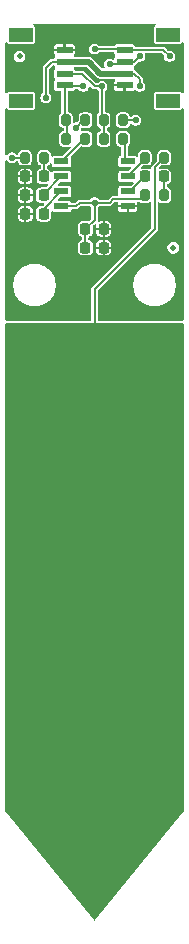
<source format=gtl>
%TF.GenerationSoftware,KiCad,Pcbnew,9.0.4*%
%TF.CreationDate,2026-01-16T11:12:57-07:00*%
%TF.ProjectId,SparkFun_Capacitive_Soil_Moisture_Sensor,53706172-6b46-4756-9e5f-436170616369,v10*%
%TF.SameCoordinates,Original*%
%TF.FileFunction,Copper,L1,Top*%
%TF.FilePolarity,Positive*%
%FSLAX46Y46*%
G04 Gerber Fmt 4.6, Leading zero omitted, Abs format (unit mm)*
G04 Created by KiCad (PCBNEW 9.0.4) date 2026-01-16 11:12:57*
%MOMM*%
%LPD*%
G01*
G04 APERTURE LIST*
G04 Aperture macros list*
%AMRoundRect*
0 Rectangle with rounded corners*
0 $1 Rounding radius*
0 $2 $3 $4 $5 $6 $7 $8 $9 X,Y pos of 4 corners*
0 Add a 4 corners polygon primitive as box body*
4,1,4,$2,$3,$4,$5,$6,$7,$8,$9,$2,$3,0*
0 Add four circle primitives for the rounded corners*
1,1,$1+$1,$2,$3*
1,1,$1+$1,$4,$5*
1,1,$1+$1,$6,$7*
1,1,$1+$1,$8,$9*
0 Add four rect primitives between the rounded corners*
20,1,$1+$1,$2,$3,$4,$5,0*
20,1,$1+$1,$4,$5,$6,$7,0*
20,1,$1+$1,$6,$7,$8,$9,0*
20,1,$1+$1,$8,$9,$2,$3,0*%
G04 Aperture macros list end*
%TA.AperFunction,SMDPad,CuDef*%
%ADD10RoundRect,0.200000X0.200000X0.275000X-0.200000X0.275000X-0.200000X-0.275000X0.200000X-0.275000X0*%
%TD*%
%TA.AperFunction,SMDPad,CuDef*%
%ADD11RoundRect,0.200000X-0.200000X-0.275000X0.200000X-0.275000X0.200000X0.275000X-0.200000X0.275000X0*%
%TD*%
%TA.AperFunction,SMDPad,CuDef*%
%ADD12RoundRect,0.225000X-0.225000X-0.250000X0.225000X-0.250000X0.225000X0.250000X-0.225000X0.250000X0*%
%TD*%
%TA.AperFunction,SMDPad,CuDef*%
%ADD13R,1.350000X0.600000*%
%TD*%
%TA.AperFunction,SMDPad,CuDef*%
%ADD14R,2.000000X1.200000*%
%TD*%
%TA.AperFunction,SMDPad,CuDef*%
%ADD15C,0.500000*%
%TD*%
%TA.AperFunction,SMDPad,CuDef*%
%ADD16RoundRect,0.218750X-0.218750X-0.256250X0.218750X-0.256250X0.218750X0.256250X-0.218750X0.256250X0*%
%TD*%
%TA.AperFunction,SMDPad,CuDef*%
%ADD17R,1.200000X0.600000*%
%TD*%
%TA.AperFunction,SMDPad,CuDef*%
%ADD18RoundRect,0.225000X0.225000X0.250000X-0.225000X0.250000X-0.225000X-0.250000X0.225000X-0.250000X0*%
%TD*%
%TA.AperFunction,ViaPad*%
%ADD19C,0.560000*%
%TD*%
%TA.AperFunction,Conductor*%
%ADD20C,0.508000*%
%TD*%
%TA.AperFunction,Conductor*%
%ADD21C,0.152400*%
%TD*%
G04 APERTURE END LIST*
D10*
%TO.P,R1,1*%
%TO.N,Net-(D1-A)*%
X3365000Y-11430000D03*
%TO.P,R1,2*%
%TO.N,Net-(JP1-A)*%
X1715000Y-11430000D03*
%TD*%
D11*
%TO.P,R6,1*%
%TO.N,Net-(U1-CS0)*%
X11875000Y-11430000D03*
%TO.P,R6,2*%
%TO.N,TO_CAP_PLATE*%
X13525000Y-11430000D03*
%TD*%
D10*
%TO.P,R3,1*%
%TO.N,Net-(JP2-A)*%
X10032500Y-8255000D03*
%TO.P,R3,2*%
%TO.N,SDA*%
X8382500Y-8255000D03*
%TD*%
D12*
%TO.P,C2,1*%
%TO.N,3.3V*%
X6845000Y-17462500D03*
%TO.P,C2,2*%
%TO.N,GND*%
X8395000Y-17462500D03*
%TD*%
D13*
%TO.P,J2,1,Pin_1*%
%TO.N,GND*%
X10160000Y-5310000D03*
%TO.P,J2,2,Pin_2*%
%TO.N,3.3V*%
X10160000Y-4310000D03*
%TO.P,J2,3,Pin_3*%
%TO.N,SDA*%
X10160000Y-3310000D03*
%TO.P,J2,4,Pin_4*%
%TO.N,SCL*%
X10160000Y-2310000D03*
D14*
%TO.P,J2,NC1,NC*%
%TO.N,unconnected-(J2-NC-PadNC1)*%
X13835000Y-1010000D03*
%TO.P,J2,NC2,NC*%
%TO.N,unconnected-(J2-NC-PadNC2)*%
X13835000Y-6610000D03*
%TD*%
D15*
%TO.P,FID4,*%
%TO.N,*%
X14287500Y-19050000D03*
%TD*%
D10*
%TO.P,R5,1*%
%TO.N,Net-(U1-SCL)*%
X6857500Y-9842500D03*
%TO.P,R5,2*%
%TO.N,SCL*%
X5207500Y-9842500D03*
%TD*%
D11*
%TO.P,R7,1*%
%TO.N,3.3V*%
X11875000Y-14605000D03*
%TO.P,R7,2*%
%TO.N,Net-(D2-A)*%
X13525000Y-14605000D03*
%TD*%
D16*
%TO.P,D1,1,K*%
%TO.N,GND*%
X1752500Y-13017500D03*
%TO.P,D1,2,A*%
%TO.N,Net-(D1-A)*%
X3327500Y-13017500D03*
%TD*%
D13*
%TO.P,J1,1,Pin_1*%
%TO.N,GND*%
X5080000Y-2310000D03*
%TO.P,J1,2,Pin_2*%
%TO.N,3.3V*%
X5080000Y-3310000D03*
%TO.P,J1,3,Pin_3*%
%TO.N,SDA*%
X5080000Y-4310000D03*
%TO.P,J1,4,Pin_4*%
%TO.N,SCL*%
X5080000Y-5310000D03*
D14*
%TO.P,J1,NC1,NC*%
%TO.N,unconnected-(J1-NC-PadNC1)*%
X1405000Y-6610000D03*
%TO.P,J1,NC2,NC*%
%TO.N,unconnected-(J1-NC-PadNC2)*%
X1405000Y-1010000D03*
%TD*%
D12*
%TO.P,C1,1*%
%TO.N,3.3V*%
X6845000Y-19050000D03*
%TO.P,C1,2*%
%TO.N,GND*%
X8395000Y-19050000D03*
%TD*%
D17*
%TO.P,U1,1,SCL*%
%TO.N,Net-(U1-SCL)*%
X4820000Y-11747500D03*
%TO.P,U1,2,CMOD*%
%TO.N,Net-(U1-CMOD)*%
X4820000Y-13017500D03*
%TO.P,U1,3,VCC*%
%TO.N,Net-(U1-VCC)*%
X4820000Y-14287500D03*
%TO.P,U1,4,VDD*%
%TO.N,3.3V*%
X4820000Y-15557500D03*
%TO.P,U1,5,GND*%
%TO.N,GND*%
X10420000Y-15557500D03*
%TO.P,U1,6,GPO0/CS1*%
%TO.N,Net-(D2-K)*%
X10420000Y-14287500D03*
%TO.P,U1,7,CS0*%
%TO.N,Net-(U1-CS0)*%
X10420000Y-13017500D03*
%TO.P,U1,8,SDA*%
%TO.N,Net-(U1-SDA)*%
X10420000Y-11747500D03*
%TD*%
D16*
%TO.P,D2,1,K*%
%TO.N,Net-(D2-K)*%
X11912500Y-13017500D03*
%TO.P,D2,2,A*%
%TO.N,Net-(D2-A)*%
X13487500Y-13017500D03*
%TD*%
D10*
%TO.P,R4,1*%
%TO.N,Net-(U1-SDA)*%
X10032500Y-9842500D03*
%TO.P,R4,2*%
%TO.N,SDA*%
X8382500Y-9842500D03*
%TD*%
D18*
%TO.P,C3,1*%
%TO.N,Net-(U1-CMOD)*%
X3315000Y-14605000D03*
%TO.P,C3,2*%
%TO.N,GND*%
X1765000Y-14605000D03*
%TD*%
D15*
%TO.P,FID3,*%
%TO.N,*%
X1270000Y-2857500D03*
%TD*%
D10*
%TO.P,R2,1*%
%TO.N,Net-(JP2-C)*%
X6857500Y-8255000D03*
%TO.P,R2,2*%
%TO.N,SCL*%
X5207500Y-8255000D03*
%TD*%
D18*
%TO.P,C4,1*%
%TO.N,Net-(U1-VCC)*%
X3315000Y-16192500D03*
%TO.P,C4,2*%
%TO.N,GND*%
X1765000Y-16192500D03*
%TD*%
D19*
%TO.N,3.3V*%
X7620000Y-15240000D03*
X11430000Y-5397500D03*
X3492500Y-6350000D03*
%TO.N,GND*%
X9525000Y-17462500D03*
X9525000Y-19050000D03*
X635000Y-14605000D03*
X9842500Y-6096000D03*
X13970000Y-5397500D03*
X6350000Y-2222500D03*
X635000Y-16192500D03*
X10477500Y-16510000D03*
%TO.N,SCL*%
X6667500Y-5397500D03*
X13970000Y-2857500D03*
X7620000Y-2222500D03*
%TO.N,SDA*%
X11430000Y-2857500D03*
X8890000Y-3492500D03*
X8255000Y-5397500D03*
%TO.N,Net-(JP1-A)*%
X635000Y-11430000D03*
%TO.N,Net-(JP2-A)*%
X11112500Y-8255000D03*
%TO.N,Net-(JP2-C)*%
X6039900Y-8890000D03*
%TD*%
D20*
%TO.N,3.3V*%
X8120000Y-4310000D02*
X10160000Y-4310000D01*
D21*
X6985000Y-19050000D02*
X6845000Y-19050000D01*
X8890000Y-15240000D02*
X7620000Y-15240000D01*
X11557500Y-14922500D02*
X9207500Y-14922500D01*
X11430000Y-5397500D02*
X11430000Y-4762500D01*
X6845000Y-17462500D02*
X7620000Y-16687500D01*
X7620000Y-15240000D02*
X6350000Y-15240000D01*
X7620000Y-16687500D02*
X7620000Y-15240000D01*
X11875000Y-14605000D02*
X11557500Y-14922500D01*
X9207500Y-14922500D02*
X8890000Y-15240000D01*
X3992500Y-3310000D02*
X5080000Y-3310000D01*
D20*
X7120000Y-3310000D02*
X8120000Y-4310000D01*
D21*
X5010500Y-15557500D02*
X4820000Y-15367000D01*
X3492500Y-6350000D02*
X3492500Y-3810000D01*
X10977500Y-4310000D02*
X10160000Y-4310000D01*
X3492500Y-3810000D02*
X3992500Y-3310000D01*
D20*
X5080000Y-3310000D02*
X6858000Y-3310000D01*
D21*
X6845000Y-19050000D02*
X6845000Y-17462500D01*
X6350000Y-15240000D02*
X6032500Y-15557500D01*
D20*
X6858000Y-3310000D02*
X7120000Y-3310000D01*
D21*
X6032500Y-15557500D02*
X5010500Y-15557500D01*
X11430000Y-4762500D02*
X10977500Y-4310000D01*
%TO.N,SCL*%
X9725800Y-2310000D02*
X10160000Y-2310000D01*
X5271000Y-8128000D02*
X5271000Y-9652000D01*
X10160000Y-2310000D02*
X13422500Y-2310000D01*
X9638300Y-2222500D02*
X9725800Y-2310000D01*
X6580000Y-5310000D02*
X6667500Y-5397500D01*
X5080000Y-5397500D02*
X6580000Y-5397500D01*
X5080000Y-5310000D02*
X5080000Y-7937000D01*
X13422500Y-2310000D02*
X13970000Y-2857500D01*
X7620000Y-2222500D02*
X9638300Y-2222500D01*
X5080000Y-7937000D02*
X5271000Y-8128000D01*
X5080000Y-5310000D02*
X5080000Y-5080000D01*
%TO.N,SDA*%
X10977500Y-3310000D02*
X11430000Y-2857500D01*
X6532500Y-4310000D02*
X7620000Y-5397500D01*
X8255000Y-5397500D02*
X8255000Y-8127500D01*
X8382500Y-8255000D02*
X8382500Y-9842500D01*
X7620000Y-5397500D02*
X8255000Y-5397500D01*
X8890000Y-3492500D02*
X9977500Y-3492500D01*
X8255000Y-8064000D02*
X8319000Y-8128000D01*
X9977500Y-3492500D02*
X10160000Y-3310000D01*
X8255000Y-8127500D02*
X8382500Y-8255000D01*
X10160000Y-3310000D02*
X10977500Y-3310000D01*
X5080000Y-4310000D02*
X6532500Y-4310000D01*
%TO.N,Net-(D1-A)*%
X3365000Y-12980000D02*
X3327500Y-13017500D01*
X3365000Y-11430000D02*
X3365000Y-12980000D01*
X3365000Y-12662500D02*
X3327500Y-12700000D01*
%TO.N,Net-(JP1-A)*%
X1715000Y-11430000D02*
X635000Y-11430000D01*
%TO.N,TO_CAP_PLATE*%
X12700000Y-12255000D02*
X13525000Y-11430000D01*
X7620000Y-22542500D02*
X12700000Y-17462500D01*
X7620000Y-25908000D02*
X7620000Y-22542500D01*
X12700000Y-17462500D02*
X12700000Y-12255000D01*
%TO.N,Net-(U1-CMOD)*%
X3315000Y-14605000D02*
X3315000Y-14522500D01*
X3315000Y-14522500D02*
X4820000Y-13017500D01*
%TO.N,Net-(U1-VCC)*%
X3315000Y-15792500D02*
X4820000Y-14287500D01*
X3315000Y-16192500D02*
X3315000Y-15792500D01*
%TO.N,Net-(D2-K)*%
X10642500Y-14287500D02*
X11912500Y-13017500D01*
X10420000Y-14287500D02*
X10642500Y-14287500D01*
X10420000Y-14097000D02*
X10515500Y-14097000D01*
%TO.N,Net-(D2-A)*%
X13487500Y-13017500D02*
X13487500Y-14567500D01*
X13487500Y-14567500D02*
X13525000Y-14605000D01*
%TO.N,Net-(JP2-A)*%
X10032500Y-8255000D02*
X11112500Y-8255000D01*
%TO.N,Net-(JP2-C)*%
X6674900Y-8255000D02*
X6039900Y-8890000D01*
X6857500Y-8255000D02*
X6667500Y-8255000D01*
X6857500Y-8255000D02*
X6674900Y-8255000D01*
%TO.N,Net-(U1-SDA)*%
X10160000Y-9970000D02*
X10160000Y-11487500D01*
X10032500Y-9842500D02*
X10160000Y-9970000D01*
X10160000Y-11487500D02*
X10420000Y-11747500D01*
%TO.N,Net-(U1-SCL)*%
X5016000Y-11557000D02*
X4820000Y-11557000D01*
X6921000Y-9652000D02*
X5016000Y-11557000D01*
%TO.N,Net-(U1-CS0)*%
X11875000Y-11562500D02*
X11875000Y-11176000D01*
X11875000Y-11562500D02*
X11875000Y-11430000D01*
X10420000Y-13017500D02*
X11875000Y-11562500D01*
%TD*%
%TA.AperFunction,Conductor*%
%TO.N,GND*%
G36*
X12779621Y-97265D02*
G01*
X12809685Y-149336D01*
X12799244Y-208550D01*
X12771955Y-237686D01*
X12706454Y-281452D01*
X12706452Y-281454D01*
X12667045Y-340431D01*
X12656700Y-392440D01*
X12656700Y-1627563D01*
X12656701Y-1627565D01*
X12667043Y-1679565D01*
X12667043Y-1679566D01*
X12667044Y-1679568D01*
X12667045Y-1679569D01*
X12706453Y-1738547D01*
X12765431Y-1777955D01*
X12817439Y-1788300D01*
X14852560Y-1788299D01*
X14852563Y-1788299D01*
X14852565Y-1788298D01*
X14904565Y-1777956D01*
X14904566Y-1777956D01*
X14904566Y-1777955D01*
X14904569Y-1777955D01*
X14963547Y-1738547D01*
X15002314Y-1680527D01*
X15050803Y-1644974D01*
X15110801Y-1648906D01*
X15154235Y-1690485D01*
X15163300Y-1729362D01*
X15163300Y-5890637D01*
X15142735Y-5947138D01*
X15090664Y-5977202D01*
X15031450Y-5966761D01*
X15002314Y-5939472D01*
X14989273Y-5919955D01*
X14963547Y-5881453D01*
X14904569Y-5842045D01*
X14852561Y-5831700D01*
X14852559Y-5831700D01*
X12817436Y-5831700D01*
X12817434Y-5831701D01*
X12765434Y-5842043D01*
X12765433Y-5842043D01*
X12706454Y-5881452D01*
X12706452Y-5881454D01*
X12667045Y-5940431D01*
X12656700Y-5992440D01*
X12656700Y-7227563D01*
X12656701Y-7227565D01*
X12667043Y-7279565D01*
X12667043Y-7279566D01*
X12667044Y-7279568D01*
X12667045Y-7279569D01*
X12706453Y-7338547D01*
X12765431Y-7377955D01*
X12817439Y-7388300D01*
X14852560Y-7388299D01*
X14852563Y-7388299D01*
X14852565Y-7388298D01*
X14904565Y-7377956D01*
X14904566Y-7377956D01*
X14904566Y-7377955D01*
X14904569Y-7377955D01*
X14963547Y-7338547D01*
X15002314Y-7280527D01*
X15050803Y-7244974D01*
X15110801Y-7248906D01*
X15154235Y-7290485D01*
X15163300Y-7329362D01*
X15163300Y-25128800D01*
X15142735Y-25185301D01*
X15090664Y-25215365D01*
X15075400Y-25216700D01*
X7962400Y-25216700D01*
X7905899Y-25196135D01*
X7875835Y-25144064D01*
X7874500Y-25128800D01*
X7874500Y-22684327D01*
X7895065Y-22627826D01*
X7900234Y-22622183D01*
X8415430Y-22106987D01*
X10899500Y-22106987D01*
X10899500Y-22343012D01*
X10930307Y-22577014D01*
X10930310Y-22577026D01*
X10991392Y-22804986D01*
X10991394Y-22804993D01*
X11039470Y-22921059D01*
X11081713Y-23023043D01*
X11081714Y-23023045D01*
X11199728Y-23227452D01*
X11326918Y-23393208D01*
X11343408Y-23414699D01*
X11510301Y-23581592D01*
X11697550Y-23725273D01*
X11901951Y-23843284D01*
X12120007Y-23933606D01*
X12347986Y-23994693D01*
X12527541Y-24018331D01*
X12581987Y-24025500D01*
X12581989Y-24025500D01*
X12818013Y-24025500D01*
X12866784Y-24019078D01*
X13052014Y-23994693D01*
X13279993Y-23933606D01*
X13498049Y-23843284D01*
X13702450Y-23725273D01*
X13889699Y-23581592D01*
X14056592Y-23414699D01*
X14200273Y-23227450D01*
X14318284Y-23023049D01*
X14408606Y-22804993D01*
X14469693Y-22577014D01*
X14500500Y-22343011D01*
X14500500Y-22106989D01*
X14469693Y-21872986D01*
X14408606Y-21645007D01*
X14318284Y-21426951D01*
X14200273Y-21222550D01*
X14056592Y-21035301D01*
X13889699Y-20868408D01*
X13868208Y-20851918D01*
X13702452Y-20724728D01*
X13634316Y-20685390D01*
X13498049Y-20606716D01*
X13498047Y-20606715D01*
X13498045Y-20606714D01*
X13498043Y-20606713D01*
X13396059Y-20564470D01*
X13279993Y-20516394D01*
X13279986Y-20516392D01*
X13052026Y-20455310D01*
X13052014Y-20455307D01*
X12818013Y-20424500D01*
X12818011Y-20424500D01*
X12581989Y-20424500D01*
X12581987Y-20424500D01*
X12347985Y-20455307D01*
X12347973Y-20455310D01*
X12120013Y-20516392D01*
X12120009Y-20516393D01*
X12120007Y-20516394D01*
X12120005Y-20516395D01*
X11901956Y-20606713D01*
X11901954Y-20606714D01*
X11697547Y-20724728D01*
X11510304Y-20868405D01*
X11343405Y-21035304D01*
X11199728Y-21222547D01*
X11081714Y-21426954D01*
X11081713Y-21426956D01*
X10991395Y-21645005D01*
X10991392Y-21645013D01*
X10930310Y-21872973D01*
X10930307Y-21872985D01*
X10899500Y-22106987D01*
X8415430Y-22106987D01*
X11538310Y-18984108D01*
X13787000Y-18984108D01*
X13787000Y-19115892D01*
X13821108Y-19243186D01*
X13887000Y-19357314D01*
X13980186Y-19450500D01*
X14094314Y-19516392D01*
X14221608Y-19550500D01*
X14353391Y-19550500D01*
X14353392Y-19550500D01*
X14480686Y-19516392D01*
X14594814Y-19450500D01*
X14688000Y-19357314D01*
X14753892Y-19243186D01*
X14788000Y-19115892D01*
X14788000Y-18984108D01*
X14753892Y-18856814D01*
X14688000Y-18742686D01*
X14594814Y-18649500D01*
X14480686Y-18583608D01*
X14480685Y-18583607D01*
X14480684Y-18583607D01*
X14353392Y-18549500D01*
X14221608Y-18549500D01*
X14094315Y-18583607D01*
X13980184Y-18649501D01*
X13887001Y-18742684D01*
X13821107Y-18856815D01*
X13793165Y-18961099D01*
X13787000Y-18984108D01*
X11538310Y-18984108D01*
X12915755Y-17606663D01*
X12954501Y-17513123D01*
X12954501Y-17411877D01*
X12954501Y-17404798D01*
X12954500Y-17404784D01*
X12954500Y-15256706D01*
X12975065Y-15200205D01*
X13027136Y-15170141D01*
X13086350Y-15180582D01*
X13096101Y-15188064D01*
X13096214Y-15187906D01*
X13102138Y-15192136D01*
X13199923Y-15239940D01*
X13215565Y-15247587D01*
X13289096Y-15258300D01*
X13289100Y-15258300D01*
X13760899Y-15258300D01*
X13760904Y-15258300D01*
X13834435Y-15247587D01*
X13947861Y-15192136D01*
X14037136Y-15102861D01*
X14092587Y-14989435D01*
X14103300Y-14915904D01*
X14103300Y-14294096D01*
X14092587Y-14220565D01*
X14041122Y-14115292D01*
X14037138Y-14107142D01*
X14037136Y-14107140D01*
X14037136Y-14107139D01*
X13947861Y-14017864D01*
X13947859Y-14017863D01*
X13947857Y-14017861D01*
X13834440Y-13962415D01*
X13834432Y-13962412D01*
X13817225Y-13959905D01*
X13802463Y-13951959D01*
X13785950Y-13949048D01*
X13776804Y-13938149D01*
X13764280Y-13931408D01*
X13758078Y-13915832D01*
X13747301Y-13902988D01*
X13742798Y-13877452D01*
X13742039Y-13875545D01*
X13742000Y-13872924D01*
X13742000Y-13745160D01*
X13762565Y-13688659D01*
X13814636Y-13658595D01*
X13816153Y-13658342D01*
X13830475Y-13656074D01*
X13942539Y-13598974D01*
X14031474Y-13510039D01*
X14088574Y-13397975D01*
X14103300Y-13304997D01*
X14103299Y-12730004D01*
X14088574Y-12637025D01*
X14077060Y-12614427D01*
X14031476Y-12524964D01*
X14031475Y-12524963D01*
X14031474Y-12524961D01*
X13942539Y-12436026D01*
X13942536Y-12436024D01*
X13942535Y-12436023D01*
X13830475Y-12378925D01*
X13759862Y-12367742D01*
X13737497Y-12364200D01*
X13737495Y-12364200D01*
X13237505Y-12364200D01*
X13237500Y-12364201D01*
X13163941Y-12375850D01*
X13160777Y-12375234D01*
X13157854Y-12376598D01*
X13131600Y-12369562D01*
X13104919Y-12364376D01*
X13102889Y-12361869D01*
X13099776Y-12361035D01*
X13084189Y-12338775D01*
X13067081Y-12317647D01*
X13067137Y-12314423D01*
X13065288Y-12311782D01*
X13067656Y-12284709D01*
X13068132Y-12257529D01*
X13070331Y-12254142D01*
X13070529Y-12251884D01*
X13088034Y-12226882D01*
X13207742Y-12107174D01*
X13262234Y-12081764D01*
X13282568Y-12082348D01*
X13289096Y-12083300D01*
X13289099Y-12083300D01*
X13760899Y-12083300D01*
X13760904Y-12083300D01*
X13834435Y-12072587D01*
X13947861Y-12017136D01*
X14037136Y-11927861D01*
X14092587Y-11814435D01*
X14103300Y-11740904D01*
X14103300Y-11119096D01*
X14092587Y-11045565D01*
X14071744Y-11002930D01*
X14037138Y-10932142D01*
X14037136Y-10932140D01*
X14037136Y-10932139D01*
X13947861Y-10842864D01*
X13947859Y-10842863D01*
X13947857Y-10842861D01*
X13834440Y-10787415D01*
X13834438Y-10787414D01*
X13834436Y-10787413D01*
X13834435Y-10787413D01*
X13760904Y-10776700D01*
X13289096Y-10776700D01*
X13215565Y-10787413D01*
X13215563Y-10787413D01*
X13215561Y-10787414D01*
X13215559Y-10787415D01*
X13102142Y-10842861D01*
X13012861Y-10932142D01*
X12957415Y-11045559D01*
X12957414Y-11045561D01*
X12957413Y-11045563D01*
X12957413Y-11045565D01*
X12946700Y-11119096D01*
X12946700Y-11119100D01*
X12946700Y-11611972D01*
X12926135Y-11668473D01*
X12920955Y-11674126D01*
X12555837Y-12039244D01*
X12555837Y-12039245D01*
X12555836Y-12039244D01*
X12484246Y-12110835D01*
X12484243Y-12110839D01*
X12445500Y-12204375D01*
X12445500Y-12332308D01*
X12424935Y-12388809D01*
X12372864Y-12418873D01*
X12317695Y-12410628D01*
X12255473Y-12378925D01*
X12255474Y-12378925D01*
X12187920Y-12368226D01*
X12162497Y-12364200D01*
X12162495Y-12364200D01*
X11662505Y-12364200D01*
X11662503Y-12364201D01*
X11657253Y-12365032D01*
X11654092Y-12364417D01*
X11651174Y-12365778D01*
X11624915Y-12358741D01*
X11598232Y-12353551D01*
X11596205Y-12351048D01*
X11593096Y-12350215D01*
X11577505Y-12327948D01*
X11560399Y-12306818D01*
X11560455Y-12303598D01*
X11558609Y-12300961D01*
X11560978Y-12273886D01*
X11561456Y-12246701D01*
X11563652Y-12243319D01*
X11563850Y-12241063D01*
X11581358Y-12216059D01*
X11643106Y-12154312D01*
X11688374Y-12109045D01*
X11742868Y-12083634D01*
X11750528Y-12083300D01*
X12110899Y-12083300D01*
X12110904Y-12083300D01*
X12184435Y-12072587D01*
X12297861Y-12017136D01*
X12387136Y-11927861D01*
X12442587Y-11814435D01*
X12453300Y-11740904D01*
X12453300Y-11119096D01*
X12442587Y-11045565D01*
X12421744Y-11002930D01*
X12387138Y-10932142D01*
X12387136Y-10932140D01*
X12387136Y-10932139D01*
X12297861Y-10842864D01*
X12297859Y-10842863D01*
X12297857Y-10842861D01*
X12184440Y-10787415D01*
X12184438Y-10787414D01*
X12184436Y-10787413D01*
X12184435Y-10787413D01*
X12110904Y-10776700D01*
X11639096Y-10776700D01*
X11565565Y-10787413D01*
X11565563Y-10787413D01*
X11565561Y-10787414D01*
X11565559Y-10787415D01*
X11452142Y-10842861D01*
X11362861Y-10932142D01*
X11307415Y-11045559D01*
X11307414Y-11045561D01*
X11307413Y-11045563D01*
X11307413Y-11045565D01*
X11296700Y-11119096D01*
X11296700Y-11119100D01*
X11296700Y-11254897D01*
X11276135Y-11311398D01*
X11224064Y-11341462D01*
X11164850Y-11331021D01*
X11153005Y-11321932D01*
X11148547Y-11318953D01*
X11089569Y-11279545D01*
X11037561Y-11269200D01*
X11037559Y-11269200D01*
X10502400Y-11269200D01*
X10445899Y-11248635D01*
X10415835Y-11196564D01*
X10414500Y-11181300D01*
X10414500Y-10504055D01*
X10435065Y-10447554D01*
X10451328Y-10432515D01*
X10455355Y-10429638D01*
X10455361Y-10429636D01*
X10544636Y-10340361D01*
X10600087Y-10226935D01*
X10610800Y-10153404D01*
X10610800Y-9531596D01*
X10600087Y-9458065D01*
X10563100Y-9382407D01*
X10544638Y-9344642D01*
X10544636Y-9344640D01*
X10544636Y-9344639D01*
X10455361Y-9255364D01*
X10455359Y-9255363D01*
X10455357Y-9255361D01*
X10341940Y-9199915D01*
X10341938Y-9199914D01*
X10341936Y-9199913D01*
X10341935Y-9199913D01*
X10268404Y-9189200D01*
X9796596Y-9189200D01*
X9723065Y-9199913D01*
X9723063Y-9199913D01*
X9723061Y-9199914D01*
X9723059Y-9199915D01*
X9609642Y-9255361D01*
X9520361Y-9344642D01*
X9464915Y-9458059D01*
X9464914Y-9458061D01*
X9464913Y-9458063D01*
X9464913Y-9458065D01*
X9454200Y-9531596D01*
X9454200Y-10153404D01*
X9464913Y-10226935D01*
X9464913Y-10226936D01*
X9464914Y-10226938D01*
X9464915Y-10226940D01*
X9520361Y-10340357D01*
X9520363Y-10340359D01*
X9520364Y-10340361D01*
X9609639Y-10429636D01*
X9609640Y-10429636D01*
X9609642Y-10429638D01*
X9694538Y-10471141D01*
X9723065Y-10485087D01*
X9796596Y-10495800D01*
X9817600Y-10495800D01*
X9874101Y-10516365D01*
X9904165Y-10568436D01*
X9905500Y-10583700D01*
X9905500Y-11181300D01*
X9884935Y-11237801D01*
X9832864Y-11267865D01*
X9817605Y-11269200D01*
X9802438Y-11269200D01*
X9802434Y-11269201D01*
X9750434Y-11279543D01*
X9750433Y-11279543D01*
X9691454Y-11318952D01*
X9691452Y-11318954D01*
X9652045Y-11377931D01*
X9641700Y-11429940D01*
X9641700Y-12065063D01*
X9641701Y-12065065D01*
X9652043Y-12117065D01*
X9652043Y-12117066D01*
X9652044Y-12117068D01*
X9652045Y-12117069D01*
X9691453Y-12176047D01*
X9750431Y-12215455D01*
X9802439Y-12225800D01*
X10639571Y-12225799D01*
X10696072Y-12246364D01*
X10726136Y-12298435D01*
X10715695Y-12357649D01*
X10701726Y-12375854D01*
X10564125Y-12513455D01*
X10509631Y-12538866D01*
X10501970Y-12539200D01*
X9802436Y-12539200D01*
X9802434Y-12539201D01*
X9750434Y-12549543D01*
X9750433Y-12549543D01*
X9691454Y-12588952D01*
X9691452Y-12588954D01*
X9652045Y-12647931D01*
X9641700Y-12699940D01*
X9641700Y-13335063D01*
X9641701Y-13335065D01*
X9652043Y-13387065D01*
X9652043Y-13387066D01*
X9652044Y-13387068D01*
X9652045Y-13387069D01*
X9691453Y-13446047D01*
X9750431Y-13485455D01*
X9802439Y-13495800D01*
X10862072Y-13495799D01*
X10918573Y-13516364D01*
X10948637Y-13568435D01*
X10938196Y-13627649D01*
X10924227Y-13645854D01*
X10786626Y-13783455D01*
X10732132Y-13808866D01*
X10724471Y-13809200D01*
X9802436Y-13809200D01*
X9802434Y-13809201D01*
X9750434Y-13819543D01*
X9750433Y-13819543D01*
X9691454Y-13858952D01*
X9691452Y-13858954D01*
X9679092Y-13877452D01*
X9652045Y-13917931D01*
X9642952Y-13963648D01*
X9641700Y-13969940D01*
X9641701Y-14580100D01*
X9621136Y-14636601D01*
X9569065Y-14666665D01*
X9553801Y-14668000D01*
X9268362Y-14668000D01*
X9268354Y-14667999D01*
X9258123Y-14667999D01*
X9156877Y-14667999D01*
X9063339Y-14706743D01*
X8810327Y-14959755D01*
X8755833Y-14985166D01*
X8748172Y-14985500D01*
X8050045Y-14985500D01*
X7993544Y-14964935D01*
X7987890Y-14959755D01*
X7901404Y-14873269D01*
X7901403Y-14873268D01*
X7796897Y-14812932D01*
X7796896Y-14812931D01*
X7796893Y-14812930D01*
X7680336Y-14781700D01*
X7559664Y-14781700D01*
X7443106Y-14812930D01*
X7338595Y-14873269D01*
X7252110Y-14959755D01*
X7197616Y-14985166D01*
X7189955Y-14985500D01*
X6410862Y-14985500D01*
X6410854Y-14985499D01*
X6400623Y-14985499D01*
X6299377Y-14985499D01*
X6205839Y-15024243D01*
X5952827Y-15277255D01*
X5898333Y-15302666D01*
X5890672Y-15303000D01*
X5682981Y-15303000D01*
X5626480Y-15282435D01*
X5596770Y-15232247D01*
X5587956Y-15187933D01*
X5587938Y-15187906D01*
X5548547Y-15128953D01*
X5489569Y-15089545D01*
X5437561Y-15079200D01*
X5437559Y-15079200D01*
X4600426Y-15079200D01*
X4543925Y-15058635D01*
X4513861Y-15006564D01*
X4524302Y-14947350D01*
X4538271Y-14929145D01*
X4675872Y-14791544D01*
X4730366Y-14766133D01*
X4738027Y-14765799D01*
X5437564Y-14765799D01*
X5437565Y-14765798D01*
X5489565Y-14755456D01*
X5489566Y-14755456D01*
X5489566Y-14755455D01*
X5489569Y-14755455D01*
X5548547Y-14716047D01*
X5587955Y-14657069D01*
X5598300Y-14605061D01*
X5598299Y-13969940D01*
X5598299Y-13969939D01*
X5598299Y-13969936D01*
X5598298Y-13969934D01*
X5587956Y-13917934D01*
X5587956Y-13917933D01*
X5577970Y-13902988D01*
X5548547Y-13858953D01*
X5489569Y-13819545D01*
X5437561Y-13809200D01*
X5437559Y-13809200D01*
X4600426Y-13809200D01*
X4543925Y-13788635D01*
X4513861Y-13736564D01*
X4524302Y-13677350D01*
X4538271Y-13659145D01*
X4675872Y-13521544D01*
X4730366Y-13496133D01*
X4738027Y-13495799D01*
X5437564Y-13495799D01*
X5437565Y-13495798D01*
X5489565Y-13485456D01*
X5489566Y-13485456D01*
X5489566Y-13485455D01*
X5489569Y-13485455D01*
X5548547Y-13446047D01*
X5587955Y-13387069D01*
X5598300Y-13335061D01*
X5598299Y-12699940D01*
X5598299Y-12699939D01*
X5598299Y-12699936D01*
X5598298Y-12699934D01*
X5587956Y-12647934D01*
X5587956Y-12647933D01*
X5580669Y-12637027D01*
X5548547Y-12588953D01*
X5489569Y-12549545D01*
X5437561Y-12539200D01*
X5437559Y-12539200D01*
X4202436Y-12539200D01*
X4202434Y-12539201D01*
X4150434Y-12549543D01*
X4150433Y-12549543D01*
X4091454Y-12588952D01*
X4091450Y-12588956D01*
X4068464Y-12623357D01*
X4019974Y-12658910D01*
X3959976Y-12654976D01*
X3917060Y-12614427D01*
X3871476Y-12524964D01*
X3871475Y-12524963D01*
X3871474Y-12524961D01*
X3782539Y-12436026D01*
X3782536Y-12436024D01*
X3782535Y-12436023D01*
X3667494Y-12377406D01*
X3665840Y-12375632D01*
X3663450Y-12375211D01*
X3645513Y-12353834D01*
X3626487Y-12333432D01*
X3625876Y-12330433D01*
X3624801Y-12329151D01*
X3619500Y-12299087D01*
X3619500Y-12154312D01*
X3640065Y-12097811D01*
X3668795Y-12075343D01*
X3674431Y-12072587D01*
X3674435Y-12072587D01*
X3787861Y-12017136D01*
X3877136Y-11927861D01*
X3877137Y-11927857D01*
X3877140Y-11927855D01*
X3881371Y-11921931D01*
X3883963Y-11923782D01*
X3918082Y-11890863D01*
X3978064Y-11886694D01*
X4026693Y-11922057D01*
X4041700Y-11971178D01*
X4041700Y-12065063D01*
X4041701Y-12065065D01*
X4052043Y-12117065D01*
X4052043Y-12117066D01*
X4052044Y-12117068D01*
X4052045Y-12117069D01*
X4091453Y-12176047D01*
X4150431Y-12215455D01*
X4202439Y-12225800D01*
X5437560Y-12225799D01*
X5437563Y-12225799D01*
X5437565Y-12225798D01*
X5489565Y-12215456D01*
X5489566Y-12215456D01*
X5489566Y-12215455D01*
X5489569Y-12215455D01*
X5548547Y-12176047D01*
X5587955Y-12117069D01*
X5598300Y-12065061D01*
X5598299Y-11429940D01*
X5591650Y-11396511D01*
X5600796Y-11337087D01*
X5615702Y-11317214D01*
X6436365Y-10496551D01*
X6490858Y-10471141D01*
X6537122Y-10479737D01*
X6548065Y-10485087D01*
X6621596Y-10495800D01*
X6621600Y-10495800D01*
X7093399Y-10495800D01*
X7093404Y-10495800D01*
X7166935Y-10485087D01*
X7280361Y-10429636D01*
X7369636Y-10340361D01*
X7425087Y-10226935D01*
X7435800Y-10153404D01*
X7435800Y-9531596D01*
X7425087Y-9458065D01*
X7388100Y-9382407D01*
X7369638Y-9344642D01*
X7369636Y-9344640D01*
X7369636Y-9344639D01*
X7280361Y-9255364D01*
X7280359Y-9255363D01*
X7280357Y-9255361D01*
X7166940Y-9199915D01*
X7166938Y-9199914D01*
X7166936Y-9199913D01*
X7166935Y-9199913D01*
X7093404Y-9189200D01*
X6621596Y-9189200D01*
X6555155Y-9198880D01*
X6496280Y-9186675D01*
X6459023Y-9139482D01*
X6458204Y-9086930D01*
X6461157Y-9076961D01*
X6466968Y-9066897D01*
X6493744Y-8966965D01*
X6494072Y-8965859D01*
X6511297Y-8942581D01*
X6527933Y-8918824D01*
X6529113Y-8918507D01*
X6529839Y-8917527D01*
X6558006Y-8910765D01*
X6586011Y-8903261D01*
X6588203Y-8903516D01*
X6588305Y-8903492D01*
X6588399Y-8903539D01*
X6590994Y-8903841D01*
X6621596Y-8908300D01*
X6621601Y-8908300D01*
X7093399Y-8908300D01*
X7093404Y-8908300D01*
X7166935Y-8897587D01*
X7280361Y-8842136D01*
X7369636Y-8752861D01*
X7425087Y-8639435D01*
X7435800Y-8565904D01*
X7435800Y-7944096D01*
X7425087Y-7870565D01*
X7404244Y-7827930D01*
X7369638Y-7757142D01*
X7369636Y-7757140D01*
X7369636Y-7757139D01*
X7280361Y-7667864D01*
X7280359Y-7667863D01*
X7280357Y-7667861D01*
X7166940Y-7612415D01*
X7166938Y-7612414D01*
X7166936Y-7612413D01*
X7166935Y-7612413D01*
X7093404Y-7601700D01*
X6621596Y-7601700D01*
X6548065Y-7612413D01*
X6548063Y-7612413D01*
X6548061Y-7612414D01*
X6548059Y-7612415D01*
X6434642Y-7667861D01*
X6345361Y-7757142D01*
X6289915Y-7870559D01*
X6289914Y-7870561D01*
X6289914Y-7870562D01*
X6289913Y-7870565D01*
X6279200Y-7944096D01*
X6279200Y-7944100D01*
X6279200Y-8254372D01*
X6272636Y-8272404D01*
X6270964Y-8291520D01*
X6259957Y-8307240D01*
X6258635Y-8310873D01*
X6253456Y-8316524D01*
X6164025Y-8405955D01*
X6109533Y-8431366D01*
X6101872Y-8431700D01*
X5979562Y-8431700D01*
X5896449Y-8453969D01*
X5836551Y-8448728D01*
X5794035Y-8406211D01*
X5785800Y-8369064D01*
X5785800Y-7944100D01*
X5785800Y-7944096D01*
X5775087Y-7870565D01*
X5754244Y-7827930D01*
X5719638Y-7757142D01*
X5719636Y-7757140D01*
X5719636Y-7757139D01*
X5630361Y-7667864D01*
X5630359Y-7667863D01*
X5630357Y-7667861D01*
X5516940Y-7612415D01*
X5516938Y-7612414D01*
X5516936Y-7612413D01*
X5516935Y-7612413D01*
X5443404Y-7601700D01*
X5443400Y-7601700D01*
X5422400Y-7601700D01*
X5365899Y-7581135D01*
X5335835Y-7529064D01*
X5334500Y-7513800D01*
X5334500Y-5876199D01*
X5355065Y-5819698D01*
X5407136Y-5789634D01*
X5422400Y-5788299D01*
X5772564Y-5788299D01*
X5772565Y-5788298D01*
X5824565Y-5777956D01*
X5824566Y-5777956D01*
X5824566Y-5777955D01*
X5824569Y-5777955D01*
X5883547Y-5738547D01*
X5915274Y-5691064D01*
X5963762Y-5655512D01*
X5988359Y-5652000D01*
X6237455Y-5652000D01*
X6293956Y-5672565D01*
X6299610Y-5677745D01*
X6300768Y-5678903D01*
X6386097Y-5764232D01*
X6490603Y-5824568D01*
X6490605Y-5824568D01*
X6490606Y-5824569D01*
X6607164Y-5855800D01*
X6727835Y-5855800D01*
X6727836Y-5855800D01*
X6844397Y-5824568D01*
X6948903Y-5764232D01*
X7034232Y-5678903D01*
X7094568Y-5574397D01*
X7125800Y-5457836D01*
X7125800Y-5457835D01*
X7127291Y-5452271D01*
X7130157Y-5453039D01*
X7152884Y-5409294D01*
X7208415Y-5386237D01*
X7265774Y-5404269D01*
X7274478Y-5411895D01*
X7404244Y-5541661D01*
X7404245Y-5541663D01*
X7475837Y-5613255D01*
X7569377Y-5652000D01*
X7824955Y-5652000D01*
X7842987Y-5658563D01*
X7862103Y-5660236D01*
X7877823Y-5671242D01*
X7881456Y-5672565D01*
X7887110Y-5677745D01*
X7974755Y-5765390D01*
X8000166Y-5819884D01*
X8000500Y-5827545D01*
X8000500Y-7593444D01*
X7979935Y-7649945D01*
X7963677Y-7664981D01*
X7959642Y-7667861D01*
X7870361Y-7757142D01*
X7814915Y-7870559D01*
X7814914Y-7870561D01*
X7814914Y-7870562D01*
X7814913Y-7870565D01*
X7804200Y-7944096D01*
X7804200Y-8565904D01*
X7814913Y-8639435D01*
X7814913Y-8639436D01*
X7814914Y-8639438D01*
X7814915Y-8639440D01*
X7870361Y-8752857D01*
X7870363Y-8752859D01*
X7870364Y-8752861D01*
X7959639Y-8842136D01*
X8073065Y-8897587D01*
X8073068Y-8897587D01*
X8078705Y-8900343D01*
X8080914Y-8902635D01*
X8084050Y-8903188D01*
X8101546Y-8924039D01*
X8120433Y-8943633D01*
X8121260Y-8947533D01*
X8122699Y-8949248D01*
X8128000Y-8979312D01*
X8128000Y-9118186D01*
X8107435Y-9174687D01*
X8078706Y-9197154D01*
X7959642Y-9255361D01*
X7870361Y-9344642D01*
X7814915Y-9458059D01*
X7814914Y-9458061D01*
X7814913Y-9458063D01*
X7814913Y-9458065D01*
X7804200Y-9531596D01*
X7804200Y-10153404D01*
X7814913Y-10226935D01*
X7814913Y-10226936D01*
X7814914Y-10226938D01*
X7814915Y-10226940D01*
X7870361Y-10340357D01*
X7870363Y-10340359D01*
X7870364Y-10340361D01*
X7959639Y-10429636D01*
X7959640Y-10429636D01*
X7959642Y-10429638D01*
X8044538Y-10471141D01*
X8073065Y-10485087D01*
X8146596Y-10495800D01*
X8146600Y-10495800D01*
X8618399Y-10495800D01*
X8618404Y-10495800D01*
X8691935Y-10485087D01*
X8805361Y-10429636D01*
X8894636Y-10340361D01*
X8950087Y-10226935D01*
X8960800Y-10153404D01*
X8960800Y-9531596D01*
X8950087Y-9458065D01*
X8913100Y-9382407D01*
X8894638Y-9344642D01*
X8894636Y-9344640D01*
X8894636Y-9344639D01*
X8805361Y-9255364D01*
X8805359Y-9255363D01*
X8805357Y-9255361D01*
X8686294Y-9197154D01*
X8684085Y-9194862D01*
X8680950Y-9194310D01*
X8663453Y-9173458D01*
X8644566Y-9153864D01*
X8643738Y-9149963D01*
X8642301Y-9148250D01*
X8637000Y-9118186D01*
X8637000Y-8979312D01*
X8657565Y-8922811D01*
X8686295Y-8900343D01*
X8691931Y-8897587D01*
X8691935Y-8897587D01*
X8805361Y-8842136D01*
X8894636Y-8752861D01*
X8950087Y-8639435D01*
X8960800Y-8565904D01*
X8960800Y-7944096D01*
X9454200Y-7944096D01*
X9454200Y-8565904D01*
X9464913Y-8639435D01*
X9464913Y-8639436D01*
X9464914Y-8639438D01*
X9464915Y-8639440D01*
X9520361Y-8752857D01*
X9520363Y-8752859D01*
X9520364Y-8752861D01*
X9609639Y-8842136D01*
X9609640Y-8842136D01*
X9609642Y-8842138D01*
X9673199Y-8873209D01*
X9723065Y-8897587D01*
X9796596Y-8908300D01*
X9796600Y-8908300D01*
X10268399Y-8908300D01*
X10268404Y-8908300D01*
X10341935Y-8897587D01*
X10455361Y-8842136D01*
X10544636Y-8752861D01*
X10600087Y-8639435D01*
X10606457Y-8595707D01*
X10634951Y-8542765D01*
X10690813Y-8520522D01*
X10747903Y-8539390D01*
X10755593Y-8546228D01*
X10831097Y-8621732D01*
X10935603Y-8682068D01*
X10935605Y-8682068D01*
X10935606Y-8682069D01*
X11052164Y-8713300D01*
X11172835Y-8713300D01*
X11172836Y-8713300D01*
X11289397Y-8682068D01*
X11393903Y-8621732D01*
X11479232Y-8536403D01*
X11539568Y-8431897D01*
X11570800Y-8315336D01*
X11570800Y-8194664D01*
X11539568Y-8078103D01*
X11479232Y-7973597D01*
X11393903Y-7888268D01*
X11289397Y-7827932D01*
X11289396Y-7827931D01*
X11289393Y-7827930D01*
X11172836Y-7796700D01*
X11052164Y-7796700D01*
X10935606Y-7827930D01*
X10831093Y-7888270D01*
X10755592Y-7963771D01*
X10701098Y-7989182D01*
X10643020Y-7973619D01*
X10608533Y-7924366D01*
X10606459Y-7914307D01*
X10600087Y-7870565D01*
X10579244Y-7827930D01*
X10544638Y-7757142D01*
X10544636Y-7757140D01*
X10544636Y-7757139D01*
X10455361Y-7667864D01*
X10455359Y-7667863D01*
X10455357Y-7667861D01*
X10341940Y-7612415D01*
X10341938Y-7612414D01*
X10341936Y-7612413D01*
X10341935Y-7612413D01*
X10268404Y-7601700D01*
X9796596Y-7601700D01*
X9723065Y-7612413D01*
X9723063Y-7612413D01*
X9723061Y-7612414D01*
X9723059Y-7612415D01*
X9609642Y-7667861D01*
X9520361Y-7757142D01*
X9464915Y-7870559D01*
X9464914Y-7870561D01*
X9464914Y-7870562D01*
X9464913Y-7870565D01*
X9454200Y-7944096D01*
X8960800Y-7944096D01*
X8950087Y-7870565D01*
X8929244Y-7827930D01*
X8894638Y-7757142D01*
X8894636Y-7757140D01*
X8894636Y-7757139D01*
X8805361Y-7667864D01*
X8805359Y-7667863D01*
X8805357Y-7667861D01*
X8691940Y-7612415D01*
X8691938Y-7612414D01*
X8691936Y-7612413D01*
X8691935Y-7612413D01*
X8618404Y-7601700D01*
X8618400Y-7601700D01*
X8597400Y-7601700D01*
X8540899Y-7581135D01*
X8510835Y-7529064D01*
X8509500Y-7513800D01*
X8509500Y-5827545D01*
X8530065Y-5771044D01*
X8535245Y-5765390D01*
X8568924Y-5731711D01*
X8621732Y-5678903D01*
X8682068Y-5574397D01*
X8713300Y-5457836D01*
X8713300Y-5398901D01*
X9307201Y-5398901D01*
X9307201Y-5627508D01*
X9317516Y-5679375D01*
X9356811Y-5738182D01*
X9356817Y-5738188D01*
X9415624Y-5777483D01*
X9467487Y-5787799D01*
X10071098Y-5787799D01*
X10071100Y-5787798D01*
X10071100Y-5398900D01*
X9307202Y-5398900D01*
X9307201Y-5398901D01*
X8713300Y-5398901D01*
X8713300Y-5337164D01*
X8693010Y-5261441D01*
X8682069Y-5220606D01*
X8682068Y-5220605D01*
X8682068Y-5220603D01*
X8621732Y-5116097D01*
X8536403Y-5030768D01*
X8431897Y-4970432D01*
X8431896Y-4970431D01*
X8431893Y-4970430D01*
X8315336Y-4939200D01*
X8194664Y-4939200D01*
X8078106Y-4970430D01*
X7973595Y-5030769D01*
X7887110Y-5117255D01*
X7869718Y-5125365D01*
X7855019Y-5137699D01*
X7836122Y-5141030D01*
X7832616Y-5142666D01*
X7824955Y-5143000D01*
X7761827Y-5143000D01*
X7705326Y-5122435D01*
X7699672Y-5117255D01*
X7209977Y-4627560D01*
X6676663Y-4094245D01*
X6676661Y-4094244D01*
X6676660Y-4094243D01*
X6583124Y-4055500D01*
X6583123Y-4055500D01*
X6017981Y-4055500D01*
X5961480Y-4034935D01*
X5938072Y-4004219D01*
X5933299Y-3993803D01*
X5933299Y-3992440D01*
X5922955Y-3940431D01*
X5883547Y-3881453D01*
X5881049Y-3879784D01*
X5875108Y-3866819D01*
X5873217Y-3843429D01*
X5867639Y-3820631D01*
X5870849Y-3814120D01*
X5870265Y-3806887D01*
X5883851Y-3787754D01*
X5894233Y-3766704D01*
X5900877Y-3763780D01*
X5905079Y-3757864D01*
X5927784Y-3751940D01*
X5949268Y-3742488D01*
X5955017Y-3742300D01*
X6801087Y-3742300D01*
X6904525Y-3742300D01*
X6961026Y-3762865D01*
X6966680Y-3768045D01*
X7854562Y-4655926D01*
X7953139Y-4712839D01*
X8063087Y-4742300D01*
X8176914Y-4742300D01*
X9285585Y-4742300D01*
X9342086Y-4762865D01*
X9372150Y-4814936D01*
X9361709Y-4874150D01*
X9358670Y-4879036D01*
X9317516Y-4940624D01*
X9307200Y-4992487D01*
X9307200Y-5221099D01*
X9307201Y-5221100D01*
X10072100Y-5221100D01*
X10093557Y-5228909D01*
X10116050Y-5232876D01*
X10121148Y-5238952D01*
X10128601Y-5241665D01*
X10140019Y-5261441D01*
X10154699Y-5278936D01*
X10156712Y-5290353D01*
X10158665Y-5293736D01*
X10160000Y-5309000D01*
X10160000Y-5310000D01*
X10161000Y-5310000D01*
X10217501Y-5330565D01*
X10247565Y-5382636D01*
X10248900Y-5397900D01*
X10248900Y-5787798D01*
X10248901Y-5787799D01*
X10852509Y-5787799D01*
X10904375Y-5777483D01*
X10963182Y-5738188D01*
X10963187Y-5738183D01*
X10967512Y-5731711D01*
X11016001Y-5696156D01*
X11075999Y-5700088D01*
X11102754Y-5718389D01*
X11148597Y-5764232D01*
X11253103Y-5824568D01*
X11253105Y-5824568D01*
X11253106Y-5824569D01*
X11369664Y-5855800D01*
X11490335Y-5855800D01*
X11490336Y-5855800D01*
X11606897Y-5824568D01*
X11711403Y-5764232D01*
X11796732Y-5678903D01*
X11857068Y-5574397D01*
X11888300Y-5457836D01*
X11888300Y-5337164D01*
X11868010Y-5261441D01*
X11857069Y-5220606D01*
X11857068Y-5220605D01*
X11857068Y-5220603D01*
X11796732Y-5116097D01*
X11711403Y-5030768D01*
X11710245Y-5029610D01*
X11702134Y-5012218D01*
X11689801Y-4997519D01*
X11686469Y-4978622D01*
X11684834Y-4975116D01*
X11684500Y-4967455D01*
X11684500Y-4823362D01*
X11684501Y-4823353D01*
X11684501Y-4711876D01*
X11645756Y-4618339D01*
X11645755Y-4618338D01*
X11645755Y-4618337D01*
X11121663Y-4094245D01*
X11121661Y-4094244D01*
X11067561Y-4071835D01*
X11023231Y-4031213D01*
X11014768Y-3996630D01*
X11013722Y-3996733D01*
X11013298Y-3992439D01*
X11002956Y-3940434D01*
X11002956Y-3940433D01*
X11002955Y-3940431D01*
X10963547Y-3881453D01*
X10963543Y-3881450D01*
X10957425Y-3875332D01*
X10959086Y-3873670D01*
X10930437Y-3834599D01*
X10934368Y-3774601D01*
X10958544Y-3745787D01*
X10957425Y-3744668D01*
X10963540Y-3738551D01*
X10963547Y-3738547D01*
X11002955Y-3679569D01*
X11013300Y-3627561D01*
X11013300Y-3627556D01*
X11013724Y-3623259D01*
X11015462Y-3623430D01*
X11033865Y-3572871D01*
X11067560Y-3548164D01*
X11121663Y-3525755D01*
X11305872Y-3341544D01*
X11360366Y-3316134D01*
X11368027Y-3315800D01*
X11490335Y-3315800D01*
X11490336Y-3315800D01*
X11606897Y-3284568D01*
X11711403Y-3224232D01*
X11796732Y-3138903D01*
X11857068Y-3034397D01*
X11888300Y-2917836D01*
X11888300Y-2797164D01*
X11874137Y-2744307D01*
X11855607Y-2675150D01*
X11860848Y-2615251D01*
X11903364Y-2572735D01*
X11940512Y-2564500D01*
X13280672Y-2564500D01*
X13337173Y-2585065D01*
X13342827Y-2590245D01*
X13485955Y-2733373D01*
X13511366Y-2787867D01*
X13511700Y-2795528D01*
X13511700Y-2797164D01*
X13511700Y-2917836D01*
X13513189Y-2923392D01*
X13542930Y-3034393D01*
X13542931Y-3034396D01*
X13542932Y-3034397D01*
X13603268Y-3138903D01*
X13688597Y-3224232D01*
X13793103Y-3284568D01*
X13793105Y-3284568D01*
X13793106Y-3284569D01*
X13909664Y-3315800D01*
X14030335Y-3315800D01*
X14030336Y-3315800D01*
X14146897Y-3284568D01*
X14251403Y-3224232D01*
X14336732Y-3138903D01*
X14397068Y-3034397D01*
X14428300Y-2917836D01*
X14428300Y-2797164D01*
X14414137Y-2744307D01*
X14397069Y-2680606D01*
X14397068Y-2680605D01*
X14397068Y-2680603D01*
X14336732Y-2576097D01*
X14251403Y-2490768D01*
X14146897Y-2430432D01*
X14146896Y-2430431D01*
X14146893Y-2430430D01*
X14030336Y-2399200D01*
X13909664Y-2399200D01*
X13908028Y-2399200D01*
X13851527Y-2378635D01*
X13845873Y-2373455D01*
X13755253Y-2282835D01*
X13566663Y-2094245D01*
X13566661Y-2094244D01*
X13566660Y-2094243D01*
X13473124Y-2055500D01*
X13473123Y-2055500D01*
X11097981Y-2055500D01*
X11041480Y-2034935D01*
X11011770Y-1984747D01*
X11002956Y-1940433D01*
X11002955Y-1940431D01*
X10963547Y-1881453D01*
X10904569Y-1842045D01*
X10852561Y-1831700D01*
X10852559Y-1831700D01*
X9467436Y-1831700D01*
X9467434Y-1831701D01*
X9415434Y-1842043D01*
X9415433Y-1842043D01*
X9356454Y-1881452D01*
X9356452Y-1881454D01*
X9344996Y-1898598D01*
X9324725Y-1928935D01*
X9276238Y-1964488D01*
X9251641Y-1968000D01*
X8050045Y-1968000D01*
X7993544Y-1947435D01*
X7987890Y-1942255D01*
X7901404Y-1855769D01*
X7901403Y-1855768D01*
X7796897Y-1795432D01*
X7796896Y-1795431D01*
X7796893Y-1795430D01*
X7680336Y-1764200D01*
X7559664Y-1764200D01*
X7443106Y-1795430D01*
X7338595Y-1855769D01*
X7253269Y-1941095D01*
X7192930Y-2045606D01*
X7161700Y-2162164D01*
X7161700Y-2282835D01*
X7192930Y-2399393D01*
X7192931Y-2399396D01*
X7192932Y-2399397D01*
X7253268Y-2503903D01*
X7338597Y-2589232D01*
X7443103Y-2649568D01*
X7443105Y-2649568D01*
X7443106Y-2649569D01*
X7559664Y-2680800D01*
X7680335Y-2680800D01*
X7680336Y-2680800D01*
X7796897Y-2649568D01*
X7901403Y-2589232D01*
X7986732Y-2503903D01*
X7986732Y-2503902D01*
X7987890Y-2502745D01*
X8042384Y-2477334D01*
X8050045Y-2477000D01*
X9218801Y-2477000D01*
X9275302Y-2497565D01*
X9305366Y-2549636D01*
X9306701Y-2564900D01*
X9306701Y-2627565D01*
X9317043Y-2679565D01*
X9317043Y-2679566D01*
X9317044Y-2679568D01*
X9317045Y-2679569D01*
X9356453Y-2738547D01*
X9356456Y-2738549D01*
X9362575Y-2744668D01*
X9360914Y-2746328D01*
X9389564Y-2785409D01*
X9385627Y-2845407D01*
X9361456Y-2874213D01*
X9362575Y-2875332D01*
X9356452Y-2881454D01*
X9317045Y-2940431D01*
X9306700Y-2992440D01*
X9306700Y-3051634D01*
X9286135Y-3108135D01*
X9234064Y-3138199D01*
X9174851Y-3127758D01*
X9066895Y-3065431D01*
X8950336Y-3034200D01*
X8829664Y-3034200D01*
X8713106Y-3065430D01*
X8608595Y-3125769D01*
X8523269Y-3211095D01*
X8462930Y-3315606D01*
X8431700Y-3432164D01*
X8431700Y-3552836D01*
X8434915Y-3564834D01*
X8462931Y-3669395D01*
X8507072Y-3745851D01*
X8509762Y-3761112D01*
X8517513Y-3774536D01*
X8514821Y-3789802D01*
X8517512Y-3805065D01*
X8509763Y-3818485D01*
X8507072Y-3833750D01*
X8495197Y-3843713D01*
X8487448Y-3857136D01*
X8472884Y-3862436D01*
X8461012Y-3872399D01*
X8430948Y-3877700D01*
X8335474Y-3877700D01*
X8278973Y-3857135D01*
X8273319Y-3851955D01*
X7385440Y-2964075D01*
X7385439Y-2964074D01*
X7286862Y-2907161D01*
X7286859Y-2907160D01*
X7236454Y-2893654D01*
X7176914Y-2877700D01*
X7176913Y-2877700D01*
X5954415Y-2877700D01*
X5897914Y-2857135D01*
X5867850Y-2805064D01*
X5878291Y-2745850D01*
X5881330Y-2740964D01*
X5922483Y-2679375D01*
X5932800Y-2627512D01*
X5932800Y-2398901D01*
X5932799Y-2398900D01*
X4227202Y-2398900D01*
X4227201Y-2398901D01*
X4227201Y-2627508D01*
X4237516Y-2679375D01*
X4276811Y-2738182D01*
X4282936Y-2744307D01*
X4281299Y-2745943D01*
X4310011Y-2785093D01*
X4306084Y-2845092D01*
X4281564Y-2874321D01*
X4282575Y-2875332D01*
X4276452Y-2881454D01*
X4237044Y-2940431D01*
X4228230Y-2984748D01*
X4220672Y-2997201D01*
X4218143Y-3011550D01*
X4205559Y-3022108D01*
X4197038Y-3036152D01*
X4182897Y-3041124D01*
X4172083Y-3050199D01*
X4142019Y-3055500D01*
X4053362Y-3055500D01*
X4053354Y-3055499D01*
X4043123Y-3055499D01*
X3941877Y-3055499D01*
X3848339Y-3094243D01*
X3348337Y-3594245D01*
X3348336Y-3594244D01*
X3276746Y-3665835D01*
X3276743Y-3665839D01*
X3238000Y-3759375D01*
X3238000Y-5919955D01*
X3217435Y-5976456D01*
X3212255Y-5982110D01*
X3125769Y-6068595D01*
X3065430Y-6173106D01*
X3034200Y-6289664D01*
X3034200Y-6410335D01*
X3065430Y-6526893D01*
X3065431Y-6526896D01*
X3065432Y-6526897D01*
X3125768Y-6631403D01*
X3211097Y-6716732D01*
X3315603Y-6777068D01*
X3315605Y-6777068D01*
X3315606Y-6777069D01*
X3432164Y-6808300D01*
X3552835Y-6808300D01*
X3552836Y-6808300D01*
X3669397Y-6777068D01*
X3773903Y-6716732D01*
X3859232Y-6631403D01*
X3919568Y-6526897D01*
X3950800Y-6410336D01*
X3950800Y-6289664D01*
X3919568Y-6173103D01*
X3859232Y-6068597D01*
X3773903Y-5983268D01*
X3772745Y-5982110D01*
X3747334Y-5927616D01*
X3747000Y-5919955D01*
X3747000Y-3951828D01*
X3767565Y-3895327D01*
X3772745Y-3889673D01*
X4072173Y-3590245D01*
X4089564Y-3582134D01*
X4104264Y-3569801D01*
X4123160Y-3566469D01*
X4126667Y-3564834D01*
X4134328Y-3564500D01*
X4142019Y-3564500D01*
X4198520Y-3585065D01*
X4228230Y-3635253D01*
X4237043Y-3679566D01*
X4237044Y-3679568D01*
X4237045Y-3679569D01*
X4276453Y-3738547D01*
X4276456Y-3738549D01*
X4282575Y-3744668D01*
X4280914Y-3746328D01*
X4309564Y-3785409D01*
X4305627Y-3845407D01*
X4281456Y-3874213D01*
X4282575Y-3875332D01*
X4276452Y-3881454D01*
X4237045Y-3940431D01*
X4226700Y-3992440D01*
X4226700Y-4627563D01*
X4226701Y-4627565D01*
X4237043Y-4679565D01*
X4237043Y-4679566D01*
X4237044Y-4679568D01*
X4237045Y-4679569D01*
X4276453Y-4738547D01*
X4276456Y-4738549D01*
X4282575Y-4744668D01*
X4280914Y-4746328D01*
X4309564Y-4785409D01*
X4305627Y-4845407D01*
X4281456Y-4874213D01*
X4282575Y-4875332D01*
X4276452Y-4881454D01*
X4238949Y-4937581D01*
X4237045Y-4940431D01*
X4229449Y-4978622D01*
X4226700Y-4992440D01*
X4226700Y-5627563D01*
X4226701Y-5627565D01*
X4237043Y-5679565D01*
X4237043Y-5679566D01*
X4237044Y-5679568D01*
X4237045Y-5679569D01*
X4276453Y-5738547D01*
X4335431Y-5777955D01*
X4387439Y-5788300D01*
X4737600Y-5788299D01*
X4794101Y-5808864D01*
X4824165Y-5860935D01*
X4825500Y-5876199D01*
X4825500Y-7593444D01*
X4804935Y-7649945D01*
X4788677Y-7664981D01*
X4784642Y-7667861D01*
X4695361Y-7757142D01*
X4639915Y-7870559D01*
X4639914Y-7870561D01*
X4639914Y-7870562D01*
X4639913Y-7870565D01*
X4629200Y-7944096D01*
X4629200Y-8565904D01*
X4639913Y-8639435D01*
X4639913Y-8639436D01*
X4639914Y-8639438D01*
X4639915Y-8639440D01*
X4695361Y-8752857D01*
X4695363Y-8752859D01*
X4695364Y-8752861D01*
X4784639Y-8842136D01*
X4784640Y-8842136D01*
X4784642Y-8842138D01*
X4848199Y-8873209D01*
X4898065Y-8897587D01*
X4941274Y-8903882D01*
X4956036Y-8911827D01*
X4972550Y-8914739D01*
X4981694Y-8925636D01*
X4994218Y-8932377D01*
X5000420Y-8947953D01*
X5011199Y-8960799D01*
X5015700Y-8986327D01*
X5016461Y-8988238D01*
X5016500Y-8990863D01*
X5016500Y-9106636D01*
X4995935Y-9163137D01*
X4943864Y-9193201D01*
X4941292Y-9193615D01*
X4898065Y-9199913D01*
X4898063Y-9199913D01*
X4898061Y-9199914D01*
X4898059Y-9199915D01*
X4784642Y-9255361D01*
X4695361Y-9344642D01*
X4639915Y-9458059D01*
X4639914Y-9458061D01*
X4639913Y-9458063D01*
X4639913Y-9458065D01*
X4629200Y-9531596D01*
X4629200Y-10153404D01*
X4639913Y-10226935D01*
X4639913Y-10226936D01*
X4639914Y-10226938D01*
X4639915Y-10226940D01*
X4695361Y-10340357D01*
X4695363Y-10340359D01*
X4695364Y-10340361D01*
X4784639Y-10429636D01*
X4784640Y-10429636D01*
X4784642Y-10429638D01*
X4869538Y-10471141D01*
X4898065Y-10485087D01*
X4971596Y-10495800D01*
X4971600Y-10495800D01*
X5443400Y-10495800D01*
X5443404Y-10495800D01*
X5501830Y-10487287D01*
X5560703Y-10499489D01*
X5597961Y-10546682D01*
X5596167Y-10606782D01*
X5576657Y-10636423D01*
X4969625Y-11243455D01*
X4915131Y-11268866D01*
X4907470Y-11269200D01*
X4202436Y-11269200D01*
X4202434Y-11269201D01*
X4150434Y-11279543D01*
X4150433Y-11279543D01*
X4110297Y-11306361D01*
X4091455Y-11318952D01*
X4084255Y-11323763D01*
X4082997Y-11321881D01*
X4038861Y-11342463D01*
X3980783Y-11326900D01*
X3946295Y-11277647D01*
X3943300Y-11254897D01*
X3943300Y-11119100D01*
X3943300Y-11119096D01*
X3932587Y-11045565D01*
X3911744Y-11002930D01*
X3877138Y-10932142D01*
X3877136Y-10932140D01*
X3877136Y-10932139D01*
X3787861Y-10842864D01*
X3787859Y-10842863D01*
X3787857Y-10842861D01*
X3674440Y-10787415D01*
X3674438Y-10787414D01*
X3674436Y-10787413D01*
X3674435Y-10787413D01*
X3600904Y-10776700D01*
X3129096Y-10776700D01*
X3055565Y-10787413D01*
X3055563Y-10787413D01*
X3055561Y-10787414D01*
X3055559Y-10787415D01*
X2942142Y-10842861D01*
X2852861Y-10932142D01*
X2797415Y-11045559D01*
X2797414Y-11045561D01*
X2797413Y-11045563D01*
X2797413Y-11045565D01*
X2786700Y-11119096D01*
X2786700Y-11740904D01*
X2797413Y-11814435D01*
X2797413Y-11814436D01*
X2797414Y-11814438D01*
X2797415Y-11814440D01*
X2852861Y-11927857D01*
X2852863Y-11927859D01*
X2852864Y-11927861D01*
X2942139Y-12017136D01*
X3055565Y-12072587D01*
X3055568Y-12072587D01*
X3061205Y-12075343D01*
X3063414Y-12077635D01*
X3066550Y-12078188D01*
X3084046Y-12099039D01*
X3102933Y-12118633D01*
X3103760Y-12122533D01*
X3105199Y-12124248D01*
X3110500Y-12154312D01*
X3110500Y-12283900D01*
X3089935Y-12340401D01*
X3037864Y-12370465D01*
X3036350Y-12370718D01*
X2984527Y-12378925D01*
X2984521Y-12378927D01*
X2872464Y-12436023D01*
X2783523Y-12524964D01*
X2726425Y-12637024D01*
X2726425Y-12637025D01*
X2711700Y-12730004D01*
X2711700Y-13304994D01*
X2711701Y-13304996D01*
X2726425Y-13397972D01*
X2726427Y-13397978D01*
X2783523Y-13510035D01*
X2783524Y-13510036D01*
X2783526Y-13510039D01*
X2872461Y-13598974D01*
X2872463Y-13598975D01*
X2872464Y-13598976D01*
X2984524Y-13656074D01*
X2995707Y-13657845D01*
X3077503Y-13670800D01*
X3577496Y-13670799D01*
X3582734Y-13669969D01*
X3585898Y-13670584D01*
X3588823Y-13669221D01*
X3615070Y-13676254D01*
X3641755Y-13681441D01*
X3643786Y-13683949D01*
X3646901Y-13684784D01*
X3662483Y-13707038D01*
X3679595Y-13728168D01*
X3679538Y-13731394D01*
X3681389Y-13734037D01*
X3679020Y-13761109D01*
X3678546Y-13788286D01*
X3676345Y-13791674D01*
X3676148Y-13793935D01*
X3658639Y-13818942D01*
X3551626Y-13925955D01*
X3497132Y-13951366D01*
X3489471Y-13951700D01*
X3058263Y-13951700D01*
X3058261Y-13951701D01*
X2963822Y-13966657D01*
X2849992Y-14024656D01*
X2759656Y-14114992D01*
X2701657Y-14228822D01*
X2686700Y-14323262D01*
X2686700Y-14886736D01*
X2686701Y-14886738D01*
X2701657Y-14981177D01*
X2701657Y-14981178D01*
X2701658Y-14981180D01*
X2759657Y-15095009D01*
X2849991Y-15185343D01*
X2963820Y-15243342D01*
X3058261Y-15258300D01*
X3277072Y-15258299D01*
X3301936Y-15267349D01*
X3327488Y-15274196D01*
X3329792Y-15277487D01*
X3333572Y-15278863D01*
X3346804Y-15301782D01*
X3361976Y-15323449D01*
X3361625Y-15327453D01*
X3363636Y-15330935D01*
X3359040Y-15356996D01*
X3356735Y-15383347D01*
X3353606Y-15387815D01*
X3353195Y-15390149D01*
X3339226Y-15408354D01*
X3234125Y-15513455D01*
X3179631Y-15538866D01*
X3171971Y-15539200D01*
X3058263Y-15539200D01*
X3058260Y-15539201D01*
X2963822Y-15554157D01*
X2849992Y-15612156D01*
X2759656Y-15702492D01*
X2701657Y-15816322D01*
X2686700Y-15910762D01*
X2686700Y-16474236D01*
X2686701Y-16474238D01*
X2701657Y-16568677D01*
X2701657Y-16568678D01*
X2701658Y-16568680D01*
X2759657Y-16682509D01*
X2849991Y-16772843D01*
X2963820Y-16830842D01*
X3058261Y-16845800D01*
X3571738Y-16845799D01*
X3666180Y-16830842D01*
X3780009Y-16772843D01*
X3870343Y-16682509D01*
X3928342Y-16568680D01*
X3943300Y-16474239D01*
X3943299Y-16050101D01*
X3963864Y-15993601D01*
X4015935Y-15963537D01*
X4075149Y-15973978D01*
X4086996Y-15983069D01*
X4091453Y-15986047D01*
X4150431Y-16025455D01*
X4202439Y-16035800D01*
X5437560Y-16035799D01*
X5437563Y-16035799D01*
X5437565Y-16035798D01*
X5489565Y-16025456D01*
X5489566Y-16025456D01*
X5489566Y-16025455D01*
X5489569Y-16025455D01*
X5548547Y-15986047D01*
X5587955Y-15927069D01*
X5596770Y-15882751D01*
X5627962Y-15831348D01*
X5682981Y-15812000D01*
X6083122Y-15812000D01*
X6083123Y-15812000D01*
X6176663Y-15773255D01*
X6429673Y-15520245D01*
X6484167Y-15494834D01*
X6491828Y-15494500D01*
X7189955Y-15494500D01*
X7207987Y-15501063D01*
X7227103Y-15502736D01*
X7242823Y-15513742D01*
X7246456Y-15515065D01*
X7252110Y-15520245D01*
X7339755Y-15607890D01*
X7365166Y-15662384D01*
X7365500Y-15670045D01*
X7365500Y-16545672D01*
X7344935Y-16602173D01*
X7339755Y-16607827D01*
X7164126Y-16783455D01*
X7109632Y-16808866D01*
X7101971Y-16809200D01*
X6588263Y-16809200D01*
X6588261Y-16809201D01*
X6493822Y-16824157D01*
X6379992Y-16882156D01*
X6289656Y-16972492D01*
X6231657Y-17086322D01*
X6216700Y-17180762D01*
X6216700Y-17744236D01*
X6216701Y-17744238D01*
X6231657Y-17838677D01*
X6231657Y-17838678D01*
X6231658Y-17838680D01*
X6289657Y-17952509D01*
X6379991Y-18042843D01*
X6493820Y-18100842D01*
X6516349Y-18104410D01*
X6530553Y-18112283D01*
X6546550Y-18115104D01*
X6556034Y-18126406D01*
X6568938Y-18133559D01*
X6574758Y-18148722D01*
X6585199Y-18161164D01*
X6590010Y-18188449D01*
X6590487Y-18189692D01*
X6590500Y-18191228D01*
X6590500Y-18321271D01*
X6569935Y-18377772D01*
X6517864Y-18407836D01*
X6516352Y-18408089D01*
X6493822Y-18411657D01*
X6379992Y-18469656D01*
X6289656Y-18559992D01*
X6231657Y-18673822D01*
X6216700Y-18768262D01*
X6216700Y-19331736D01*
X6216701Y-19331738D01*
X6231657Y-19426177D01*
X6231657Y-19426178D01*
X6231658Y-19426180D01*
X6289657Y-19540009D01*
X6379991Y-19630343D01*
X6493820Y-19688342D01*
X6588261Y-19703300D01*
X7101738Y-19703299D01*
X7196180Y-19688342D01*
X7310009Y-19630343D01*
X7400343Y-19540009D01*
X7458342Y-19426180D01*
X7473300Y-19331739D01*
X7473299Y-19138901D01*
X7767200Y-19138901D01*
X7767200Y-19331700D01*
X7782138Y-19426023D01*
X7782138Y-19426024D01*
X7840063Y-19539707D01*
X7930292Y-19629936D01*
X8043975Y-19687861D01*
X8138299Y-19702799D01*
X8138300Y-19702800D01*
X8306099Y-19702800D01*
X8306100Y-19702799D01*
X8306100Y-19138901D01*
X8483900Y-19138901D01*
X8483900Y-19702799D01*
X8483901Y-19702800D01*
X8651700Y-19702800D01*
X8651700Y-19702799D01*
X8746023Y-19687861D01*
X8746024Y-19687861D01*
X8859707Y-19629936D01*
X8949936Y-19539707D01*
X9007861Y-19426024D01*
X9007861Y-19426023D01*
X9022799Y-19331700D01*
X9022800Y-19331700D01*
X9022800Y-19138901D01*
X9022799Y-19138900D01*
X8483901Y-19138900D01*
X8483900Y-19138901D01*
X8306100Y-19138901D01*
X8306099Y-19138900D01*
X7767201Y-19138900D01*
X7767200Y-19138901D01*
X7473299Y-19138901D01*
X7473299Y-18984108D01*
X7473299Y-18768299D01*
X7767200Y-18768299D01*
X7767200Y-18961099D01*
X7767201Y-18961100D01*
X8306099Y-18961100D01*
X8306100Y-18961099D01*
X8306100Y-18397201D01*
X8483900Y-18397201D01*
X8483900Y-18961099D01*
X8483901Y-18961100D01*
X9022799Y-18961100D01*
X9022800Y-18961099D01*
X9022800Y-18768299D01*
X9007861Y-18673976D01*
X9007861Y-18673975D01*
X8949936Y-18560292D01*
X8859707Y-18470063D01*
X8746024Y-18412138D01*
X8651701Y-18397200D01*
X8483901Y-18397200D01*
X8483900Y-18397201D01*
X8306100Y-18397201D01*
X8306099Y-18397200D01*
X8138299Y-18397200D01*
X8043976Y-18412138D01*
X8043975Y-18412138D01*
X7930292Y-18470063D01*
X7840063Y-18560292D01*
X7782138Y-18673975D01*
X7782138Y-18673976D01*
X7767200Y-18768299D01*
X7473299Y-18768299D01*
X7473299Y-18768263D01*
X7473299Y-18768262D01*
X7458342Y-18673820D01*
X7400343Y-18559991D01*
X7310009Y-18469657D01*
X7196180Y-18411658D01*
X7196178Y-18411657D01*
X7196177Y-18411657D01*
X7173648Y-18408089D01*
X7159443Y-18400215D01*
X7143450Y-18397395D01*
X7133965Y-18386091D01*
X7121060Y-18378938D01*
X7115239Y-18363775D01*
X7104801Y-18351335D01*
X7099988Y-18324043D01*
X7099513Y-18322804D01*
X7099500Y-18321271D01*
X7099500Y-18191228D01*
X7120065Y-18134727D01*
X7172136Y-18104663D01*
X7173651Y-18104410D01*
X7174975Y-18104200D01*
X7196180Y-18100842D01*
X7310009Y-18042843D01*
X7400343Y-17952509D01*
X7458342Y-17838680D01*
X7473300Y-17744239D01*
X7473299Y-17551401D01*
X7767200Y-17551401D01*
X7767200Y-17744200D01*
X7782138Y-17838523D01*
X7782138Y-17838524D01*
X7840063Y-17952207D01*
X7930292Y-18042436D01*
X8043975Y-18100361D01*
X8138299Y-18115299D01*
X8138300Y-18115300D01*
X8306099Y-18115300D01*
X8306100Y-18115299D01*
X8306100Y-17551401D01*
X8483900Y-17551401D01*
X8483900Y-18115299D01*
X8483901Y-18115300D01*
X8651700Y-18115300D01*
X8651700Y-18115299D01*
X8746023Y-18100361D01*
X8746024Y-18100361D01*
X8859707Y-18042436D01*
X8949936Y-17952207D01*
X9007861Y-17838524D01*
X9007861Y-17838523D01*
X9022799Y-17744200D01*
X9022800Y-17744200D01*
X9022800Y-17551401D01*
X9022799Y-17551400D01*
X8483901Y-17551400D01*
X8483900Y-17551401D01*
X8306100Y-17551401D01*
X8306099Y-17551400D01*
X7767201Y-17551400D01*
X7767200Y-17551401D01*
X7473299Y-17551401D01*
X7473299Y-17411877D01*
X7473299Y-17230527D01*
X7493863Y-17174026D01*
X7499044Y-17168373D01*
X7552807Y-17114610D01*
X7628709Y-17038706D01*
X7683203Y-17013296D01*
X7741281Y-17028857D01*
X7775769Y-17078110D01*
X7777682Y-17114610D01*
X7767200Y-17180796D01*
X7767200Y-17373599D01*
X7767201Y-17373600D01*
X8306099Y-17373600D01*
X8306100Y-17373599D01*
X8306100Y-16809701D01*
X8483900Y-16809701D01*
X8483900Y-17373599D01*
X8483901Y-17373600D01*
X9022799Y-17373600D01*
X9022800Y-17373599D01*
X9022800Y-17180799D01*
X9007861Y-17086476D01*
X9007861Y-17086475D01*
X8949936Y-16972792D01*
X8859707Y-16882563D01*
X8746024Y-16824638D01*
X8651701Y-16809700D01*
X8483901Y-16809700D01*
X8483900Y-16809701D01*
X8306100Y-16809701D01*
X8306099Y-16809700D01*
X8138299Y-16809700D01*
X8043977Y-16824638D01*
X7996035Y-16849066D01*
X7936356Y-16856393D01*
X7885930Y-16823645D01*
X7868317Y-16766840D01*
X7869004Y-16751393D01*
X7874501Y-16738123D01*
X7874501Y-16636876D01*
X7874500Y-16636873D01*
X7874500Y-15670045D01*
X7883106Y-15646401D01*
X9642201Y-15646401D01*
X9642201Y-15875008D01*
X9652516Y-15926875D01*
X9691811Y-15985682D01*
X9691817Y-15985688D01*
X9750624Y-16024983D01*
X9802486Y-16035299D01*
X10331098Y-16035299D01*
X10331100Y-16035298D01*
X10331100Y-15646401D01*
X10508900Y-15646401D01*
X10508900Y-16035298D01*
X10508901Y-16035299D01*
X11037509Y-16035299D01*
X11089375Y-16024983D01*
X11148182Y-15985688D01*
X11148188Y-15985682D01*
X11187483Y-15926875D01*
X11197800Y-15875012D01*
X11197800Y-15646401D01*
X11197799Y-15646400D01*
X10508901Y-15646400D01*
X10508900Y-15646401D01*
X10331100Y-15646401D01*
X10331099Y-15646400D01*
X9642202Y-15646400D01*
X9642201Y-15646401D01*
X7883106Y-15646401D01*
X7895065Y-15613544D01*
X7900245Y-15607890D01*
X7987890Y-15520245D01*
X8042384Y-15494834D01*
X8050045Y-15494500D01*
X8940622Y-15494500D01*
X8940623Y-15494500D01*
X9034163Y-15455755D01*
X9287173Y-15202745D01*
X9341667Y-15177334D01*
X9349328Y-15177000D01*
X9554300Y-15177000D01*
X9610801Y-15197565D01*
X9640865Y-15249636D01*
X9642200Y-15264900D01*
X9642200Y-15468599D01*
X9642201Y-15468600D01*
X11197798Y-15468600D01*
X11197799Y-15468599D01*
X11197799Y-15264900D01*
X11205608Y-15243442D01*
X11209575Y-15220950D01*
X11215651Y-15215851D01*
X11218364Y-15208399D01*
X11238140Y-15196980D01*
X11255635Y-15182301D01*
X11267052Y-15180287D01*
X11270435Y-15178335D01*
X11285699Y-15177000D01*
X11402780Y-15177000D01*
X11444844Y-15190476D01*
X11445596Y-15188938D01*
X11549923Y-15239940D01*
X11565565Y-15247587D01*
X11639096Y-15258300D01*
X11639100Y-15258300D01*
X12110899Y-15258300D01*
X12110904Y-15258300D01*
X12184435Y-15247587D01*
X12297861Y-15192136D01*
X12303786Y-15187906D01*
X12305262Y-15189973D01*
X12349939Y-15169140D01*
X12408017Y-15184703D01*
X12442505Y-15233956D01*
X12445500Y-15256706D01*
X12445500Y-17320672D01*
X12424935Y-17377173D01*
X12419755Y-17382827D01*
X7475837Y-22326745D01*
X7475836Y-22326744D01*
X7404246Y-22398335D01*
X7404243Y-22398339D01*
X7365500Y-22491875D01*
X7365500Y-25128800D01*
X7344935Y-25185301D01*
X7292864Y-25215365D01*
X7277600Y-25216700D01*
X164600Y-25216700D01*
X108099Y-25196135D01*
X78035Y-25144064D01*
X76700Y-25128800D01*
X76700Y-22106987D01*
X739500Y-22106987D01*
X739500Y-22343012D01*
X770307Y-22577014D01*
X770310Y-22577026D01*
X831392Y-22804986D01*
X831394Y-22804993D01*
X879470Y-22921059D01*
X921713Y-23023043D01*
X921714Y-23023045D01*
X1039728Y-23227452D01*
X1166918Y-23393208D01*
X1183408Y-23414699D01*
X1350301Y-23581592D01*
X1537550Y-23725273D01*
X1741951Y-23843284D01*
X1960007Y-23933606D01*
X2187986Y-23994693D01*
X2367541Y-24018331D01*
X2421987Y-24025500D01*
X2421989Y-24025500D01*
X2658013Y-24025500D01*
X2706784Y-24019078D01*
X2892014Y-23994693D01*
X3119993Y-23933606D01*
X3338049Y-23843284D01*
X3542450Y-23725273D01*
X3729699Y-23581592D01*
X3896592Y-23414699D01*
X4040273Y-23227450D01*
X4158284Y-23023049D01*
X4248606Y-22804993D01*
X4309693Y-22577014D01*
X4340500Y-22343011D01*
X4340500Y-22106989D01*
X4309693Y-21872986D01*
X4248606Y-21645007D01*
X4158284Y-21426951D01*
X4040273Y-21222550D01*
X3896592Y-21035301D01*
X3729699Y-20868408D01*
X3708208Y-20851918D01*
X3542452Y-20724728D01*
X3474316Y-20685390D01*
X3338049Y-20606716D01*
X3338047Y-20606715D01*
X3338045Y-20606714D01*
X3338043Y-20606713D01*
X3236059Y-20564470D01*
X3119993Y-20516394D01*
X3119986Y-20516392D01*
X2892026Y-20455310D01*
X2892014Y-20455307D01*
X2658013Y-20424500D01*
X2658011Y-20424500D01*
X2421989Y-20424500D01*
X2421987Y-20424500D01*
X2187985Y-20455307D01*
X2187973Y-20455310D01*
X1960013Y-20516392D01*
X1960009Y-20516393D01*
X1960007Y-20516394D01*
X1960005Y-20516395D01*
X1741956Y-20606713D01*
X1741954Y-20606714D01*
X1537547Y-20724728D01*
X1350304Y-20868405D01*
X1183405Y-21035304D01*
X1039728Y-21222547D01*
X921714Y-21426954D01*
X921713Y-21426956D01*
X831395Y-21645005D01*
X831392Y-21645013D01*
X770310Y-21872973D01*
X770307Y-21872985D01*
X739500Y-22106987D01*
X76700Y-22106987D01*
X76700Y-16281401D01*
X1137200Y-16281401D01*
X1137200Y-16474200D01*
X1152138Y-16568523D01*
X1152138Y-16568524D01*
X1210063Y-16682207D01*
X1300292Y-16772436D01*
X1413975Y-16830361D01*
X1508299Y-16845299D01*
X1508300Y-16845300D01*
X1676099Y-16845300D01*
X1676100Y-16845299D01*
X1676100Y-16281401D01*
X1853900Y-16281401D01*
X1853900Y-16845299D01*
X1853901Y-16845300D01*
X2021700Y-16845300D01*
X2021700Y-16845299D01*
X2116023Y-16830361D01*
X2116024Y-16830361D01*
X2229707Y-16772436D01*
X2319936Y-16682207D01*
X2377861Y-16568524D01*
X2377861Y-16568523D01*
X2392799Y-16474200D01*
X2392800Y-16474200D01*
X2392800Y-16281401D01*
X2392799Y-16281400D01*
X1853901Y-16281400D01*
X1853900Y-16281401D01*
X1676100Y-16281401D01*
X1676099Y-16281400D01*
X1137201Y-16281400D01*
X1137200Y-16281401D01*
X76700Y-16281401D01*
X76700Y-15910799D01*
X1137200Y-15910799D01*
X1137200Y-16103599D01*
X1137201Y-16103600D01*
X1676099Y-16103600D01*
X1676100Y-16103599D01*
X1676100Y-15539701D01*
X1853900Y-15539701D01*
X1853900Y-16103599D01*
X1853901Y-16103600D01*
X2392799Y-16103600D01*
X2392800Y-16103599D01*
X2392800Y-15910799D01*
X2377861Y-15816476D01*
X2377861Y-15816475D01*
X2319936Y-15702792D01*
X2229707Y-15612563D01*
X2116024Y-15554638D01*
X2021701Y-15539700D01*
X1853901Y-15539700D01*
X1853900Y-15539701D01*
X1676100Y-15539701D01*
X1676099Y-15539700D01*
X1508299Y-15539700D01*
X1413976Y-15554638D01*
X1413975Y-15554638D01*
X1300292Y-15612563D01*
X1210063Y-15702792D01*
X1152138Y-15816475D01*
X1152138Y-15816476D01*
X1137200Y-15910799D01*
X76700Y-15910799D01*
X76700Y-14693901D01*
X1137200Y-14693901D01*
X1137200Y-14886700D01*
X1152138Y-14981023D01*
X1152138Y-14981024D01*
X1210063Y-15094707D01*
X1300292Y-15184936D01*
X1413975Y-15242861D01*
X1508299Y-15257799D01*
X1508300Y-15257800D01*
X1676099Y-15257800D01*
X1676100Y-15257799D01*
X1676100Y-14693901D01*
X1853900Y-14693901D01*
X1853900Y-15257799D01*
X1853901Y-15257800D01*
X2021700Y-15257800D01*
X2021700Y-15257799D01*
X2116023Y-15242861D01*
X2116024Y-15242861D01*
X2229707Y-15184936D01*
X2319936Y-15094707D01*
X2377861Y-14981024D01*
X2377861Y-14981023D01*
X2392799Y-14886700D01*
X2392800Y-14886700D01*
X2392800Y-14693901D01*
X2392799Y-14693900D01*
X1853901Y-14693900D01*
X1853900Y-14693901D01*
X1676100Y-14693901D01*
X1676099Y-14693900D01*
X1137201Y-14693900D01*
X1137200Y-14693901D01*
X76700Y-14693901D01*
X76700Y-14323299D01*
X1137200Y-14323299D01*
X1137200Y-14516099D01*
X1137201Y-14516100D01*
X1676099Y-14516100D01*
X1676100Y-14516099D01*
X1676100Y-13952201D01*
X1853900Y-13952201D01*
X1853900Y-14516099D01*
X1853901Y-14516100D01*
X2392799Y-14516100D01*
X2392800Y-14516099D01*
X2392800Y-14323299D01*
X2377861Y-14228976D01*
X2377861Y-14228975D01*
X2319936Y-14115292D01*
X2229707Y-14025063D01*
X2116024Y-13967138D01*
X2021701Y-13952200D01*
X1853901Y-13952200D01*
X1853900Y-13952201D01*
X1676100Y-13952201D01*
X1676099Y-13952200D01*
X1508299Y-13952200D01*
X1413976Y-13967138D01*
X1413975Y-13967138D01*
X1300292Y-14025063D01*
X1210063Y-14115292D01*
X1152138Y-14228975D01*
X1152138Y-14228976D01*
X1137200Y-14323299D01*
X76700Y-14323299D01*
X76700Y-13106401D01*
X1137200Y-13106401D01*
X1137200Y-13304958D01*
X1151906Y-13397816D01*
X1208933Y-13509739D01*
X1297760Y-13598566D01*
X1409683Y-13655593D01*
X1409682Y-13655593D01*
X1502541Y-13670299D01*
X1502542Y-13670300D01*
X1663599Y-13670300D01*
X1663600Y-13670299D01*
X1663600Y-13106401D01*
X1841400Y-13106401D01*
X1841400Y-13670299D01*
X1841401Y-13670300D01*
X2002458Y-13670300D01*
X2002458Y-13670299D01*
X2095316Y-13655593D01*
X2207239Y-13598566D01*
X2296066Y-13509739D01*
X2353093Y-13397816D01*
X2367799Y-13304958D01*
X2367800Y-13304958D01*
X2367800Y-13106401D01*
X2367799Y-13106400D01*
X1841401Y-13106400D01*
X1841400Y-13106401D01*
X1663600Y-13106401D01*
X1663599Y-13106400D01*
X1137201Y-13106400D01*
X1137200Y-13106401D01*
X76700Y-13106401D01*
X76700Y-12730041D01*
X1137200Y-12730041D01*
X1137200Y-12928599D01*
X1137201Y-12928600D01*
X1663599Y-12928600D01*
X1663600Y-12928599D01*
X1663600Y-12364701D01*
X1841400Y-12364701D01*
X1841400Y-12928599D01*
X1841401Y-12928600D01*
X2367799Y-12928600D01*
X2367800Y-12928599D01*
X2367800Y-12730041D01*
X2353093Y-12637183D01*
X2296066Y-12525260D01*
X2207239Y-12436433D01*
X2095316Y-12379406D01*
X2095317Y-12379406D01*
X2002459Y-12364700D01*
X1841401Y-12364700D01*
X1841400Y-12364701D01*
X1663600Y-12364701D01*
X1663599Y-12364700D01*
X1502541Y-12364700D01*
X1409683Y-12379406D01*
X1297760Y-12436433D01*
X1208933Y-12525260D01*
X1151906Y-12637183D01*
X1137200Y-12730041D01*
X76700Y-12730041D01*
X76700Y-11707643D01*
X97265Y-11651142D01*
X149336Y-11621078D01*
X208550Y-11631519D01*
X240722Y-11663692D01*
X268268Y-11711403D01*
X353597Y-11796732D01*
X458103Y-11857068D01*
X458105Y-11857068D01*
X458106Y-11857069D01*
X574664Y-11888300D01*
X695335Y-11888300D01*
X695336Y-11888300D01*
X811897Y-11857068D01*
X916403Y-11796732D01*
X991906Y-11721229D01*
X1046399Y-11695818D01*
X1104478Y-11711379D01*
X1138966Y-11760632D01*
X1141041Y-11770702D01*
X1147413Y-11814435D01*
X1147414Y-11814437D01*
X1147415Y-11814440D01*
X1202861Y-11927857D01*
X1202863Y-11927859D01*
X1202864Y-11927861D01*
X1292139Y-12017136D01*
X1292140Y-12017136D01*
X1292142Y-12017138D01*
X1390179Y-12065065D01*
X1405565Y-12072587D01*
X1479096Y-12083300D01*
X1479100Y-12083300D01*
X1950899Y-12083300D01*
X1950904Y-12083300D01*
X2024435Y-12072587D01*
X2137861Y-12017136D01*
X2227136Y-11927861D01*
X2282587Y-11814435D01*
X2293300Y-11740904D01*
X2293300Y-11119096D01*
X2282587Y-11045565D01*
X2261744Y-11002930D01*
X2227138Y-10932142D01*
X2227136Y-10932140D01*
X2227136Y-10932139D01*
X2137861Y-10842864D01*
X2137859Y-10842863D01*
X2137857Y-10842861D01*
X2024440Y-10787415D01*
X2024438Y-10787414D01*
X2024436Y-10787413D01*
X2024435Y-10787413D01*
X1950904Y-10776700D01*
X1479096Y-10776700D01*
X1405565Y-10787413D01*
X1405563Y-10787413D01*
X1405561Y-10787414D01*
X1405559Y-10787415D01*
X1292142Y-10842861D01*
X1202861Y-10932142D01*
X1147415Y-11045559D01*
X1147414Y-11045561D01*
X1141043Y-11089290D01*
X1112546Y-11142235D01*
X1056684Y-11164477D01*
X999595Y-11145607D01*
X991906Y-11138771D01*
X916404Y-11063269D01*
X916403Y-11063268D01*
X811897Y-11002932D01*
X811896Y-11002931D01*
X811893Y-11002930D01*
X695336Y-10971700D01*
X574664Y-10971700D01*
X458106Y-11002930D01*
X353595Y-11063269D01*
X268269Y-11148595D01*
X268268Y-11148597D01*
X240722Y-11196306D01*
X194664Y-11234955D01*
X134537Y-11234955D01*
X88476Y-11196306D01*
X76700Y-11152356D01*
X76700Y-7329362D01*
X97265Y-7272861D01*
X149336Y-7242797D01*
X208550Y-7253238D01*
X237685Y-7280527D01*
X276453Y-7338547D01*
X335431Y-7377955D01*
X387439Y-7388300D01*
X2422560Y-7388299D01*
X2422563Y-7388299D01*
X2422565Y-7388298D01*
X2474565Y-7377956D01*
X2474566Y-7377956D01*
X2474566Y-7377955D01*
X2474569Y-7377955D01*
X2533547Y-7338547D01*
X2572955Y-7279569D01*
X2583300Y-7227561D01*
X2583299Y-5992440D01*
X2583299Y-5992439D01*
X2583299Y-5992436D01*
X2583298Y-5992434D01*
X2572956Y-5940434D01*
X2572956Y-5940433D01*
X2559273Y-5919955D01*
X2533547Y-5881453D01*
X2474569Y-5842045D01*
X2422561Y-5831700D01*
X2422559Y-5831700D01*
X387436Y-5831700D01*
X387434Y-5831701D01*
X335434Y-5842043D01*
X335433Y-5842043D01*
X276454Y-5881452D01*
X276452Y-5881454D01*
X237686Y-5939472D01*
X189197Y-5975025D01*
X129198Y-5971093D01*
X85765Y-5929514D01*
X76700Y-5890637D01*
X76700Y-2791608D01*
X769500Y-2791608D01*
X769500Y-2923391D01*
X803477Y-3050199D01*
X803608Y-3050686D01*
X869500Y-3164814D01*
X962686Y-3258000D01*
X1076814Y-3323892D01*
X1204108Y-3358000D01*
X1335891Y-3358000D01*
X1335892Y-3358000D01*
X1463186Y-3323892D01*
X1577314Y-3258000D01*
X1670500Y-3164814D01*
X1736392Y-3050686D01*
X1770500Y-2923392D01*
X1770500Y-2791608D01*
X1736392Y-2664314D01*
X1670500Y-2550186D01*
X1577314Y-2457000D01*
X1463186Y-2391108D01*
X1463185Y-2391107D01*
X1463184Y-2391107D01*
X1335892Y-2357000D01*
X1204108Y-2357000D01*
X1076815Y-2391107D01*
X962684Y-2457001D01*
X869501Y-2550184D01*
X803607Y-2664315D01*
X769500Y-2791608D01*
X76700Y-2791608D01*
X76700Y-1992487D01*
X4227200Y-1992487D01*
X4227200Y-2221099D01*
X4227201Y-2221100D01*
X4991099Y-2221100D01*
X4991100Y-2221099D01*
X4991100Y-1832201D01*
X5168900Y-1832201D01*
X5168900Y-2221099D01*
X5168901Y-2221100D01*
X5932798Y-2221100D01*
X5932799Y-2221099D01*
X5932799Y-1992491D01*
X5922483Y-1940624D01*
X5883188Y-1881817D01*
X5883182Y-1881811D01*
X5824375Y-1842516D01*
X5772513Y-1832200D01*
X5168901Y-1832200D01*
X5168900Y-1832201D01*
X4991100Y-1832201D01*
X4991099Y-1832200D01*
X4387486Y-1832200D01*
X4387484Y-1832201D01*
X4335628Y-1842514D01*
X4335624Y-1842516D01*
X4276817Y-1881811D01*
X4276811Y-1881817D01*
X4237516Y-1940624D01*
X4227200Y-1992487D01*
X76700Y-1992487D01*
X76700Y-1729362D01*
X97265Y-1672861D01*
X149336Y-1642797D01*
X208550Y-1653238D01*
X237685Y-1680527D01*
X276453Y-1738547D01*
X335431Y-1777955D01*
X387439Y-1788300D01*
X2422560Y-1788299D01*
X2422563Y-1788299D01*
X2422565Y-1788298D01*
X2474565Y-1777956D01*
X2474566Y-1777956D01*
X2474566Y-1777955D01*
X2474569Y-1777955D01*
X2533547Y-1738547D01*
X2572955Y-1679569D01*
X2583300Y-1627561D01*
X2583299Y-392440D01*
X2583299Y-392439D01*
X2583299Y-392436D01*
X2583298Y-392434D01*
X2572956Y-340434D01*
X2572956Y-340433D01*
X2572955Y-340431D01*
X2533547Y-281453D01*
X2474569Y-242045D01*
X2474568Y-242044D01*
X2468045Y-237686D01*
X2432492Y-189197D01*
X2436424Y-129198D01*
X2478003Y-85765D01*
X2516880Y-76700D01*
X12723120Y-76700D01*
X12779621Y-97265D01*
G37*
%TD.AperFunction*%
%TD*%
%TA.AperFunction,Conductor*%
%TO.N,TO_CAP_PLATE*%
G36*
X15131901Y-25420565D02*
G01*
X15161965Y-25472636D01*
X15163300Y-25487900D01*
X15163300Y-66743653D01*
X15143677Y-66799013D01*
X7688276Y-75994006D01*
X7636718Y-76024941D01*
X7577337Y-76015499D01*
X7551722Y-75994006D01*
X96323Y-66799013D01*
X76700Y-66743653D01*
X76700Y-25487900D01*
X97265Y-25431399D01*
X149336Y-25401335D01*
X164600Y-25400000D01*
X15075400Y-25400000D01*
X15131901Y-25420565D01*
G37*
%TD.AperFunction*%
%TD*%
M02*

</source>
